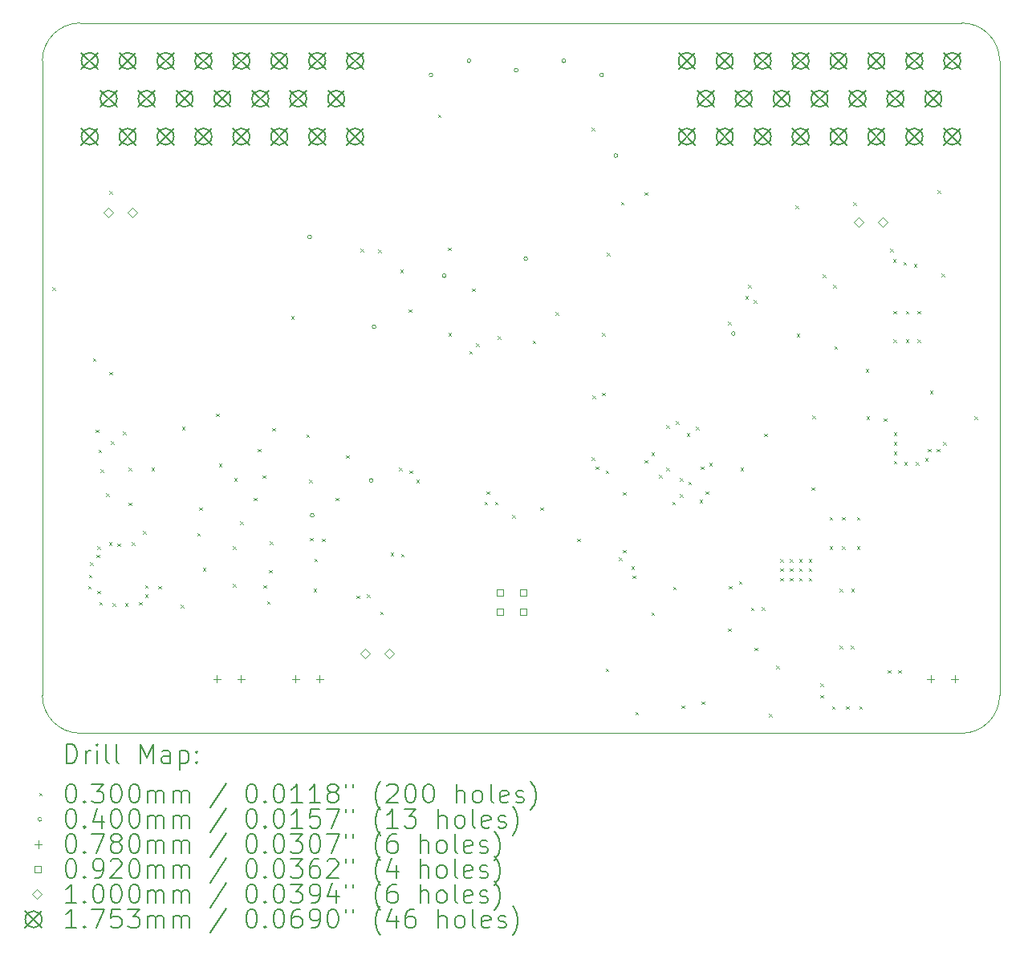
<source format=gbr>
%TF.GenerationSoftware,KiCad,Pcbnew,8.0.2*%
%TF.CreationDate,2025-02-01T15:13:11-07:00*%
%TF.ProjectId,sdm24logger,73646d32-346c-46f6-9767-65722e6b6963,v3.1*%
%TF.SameCoordinates,Original*%
%TF.FileFunction,Drillmap*%
%TF.FilePolarity,Positive*%
%FSLAX45Y45*%
G04 Gerber Fmt 4.5, Leading zero omitted, Abs format (unit mm)*
G04 Created by KiCad (PCBNEW 8.0.2) date 2025-02-01 15:13:11*
%MOMM*%
%LPD*%
G01*
G04 APERTURE LIST*
%ADD10C,0.100000*%
%ADD11C,0.200000*%
%ADD12C,0.175260*%
G04 APERTURE END LIST*
D10*
X8600000Y-15700000D02*
X17900000Y-15700000D01*
X8200000Y-8600000D02*
G75*
G02*
X8600000Y-8200000I400000J0D01*
G01*
X17900000Y-8200000D02*
G75*
G02*
X18300000Y-8600000I0J-400000D01*
G01*
X8200000Y-8600000D02*
X8200000Y-15300000D01*
X18300000Y-15300000D02*
X18300000Y-8600000D01*
X8600000Y-15700000D02*
G75*
G02*
X8200000Y-15300000I0J400000D01*
G01*
X17900000Y-8200000D02*
X8600000Y-8200000D01*
X18300000Y-15300000D02*
G75*
G02*
X17900000Y-15700000I-400000J0D01*
G01*
D11*
D10*
X8305000Y-10988500D02*
X8335000Y-11018500D01*
X8335000Y-10988500D02*
X8305000Y-11018500D01*
X8682000Y-14145000D02*
X8712000Y-14175000D01*
X8712000Y-14145000D02*
X8682000Y-14175000D01*
X8692000Y-14025000D02*
X8722000Y-14055000D01*
X8722000Y-14025000D02*
X8692000Y-14055000D01*
X8702000Y-13895000D02*
X8732000Y-13925000D01*
X8732000Y-13895000D02*
X8702000Y-13925000D01*
X8735000Y-11738500D02*
X8765000Y-11768500D01*
X8765000Y-11738500D02*
X8735000Y-11768500D01*
X8762000Y-12495000D02*
X8792000Y-12525000D01*
X8792000Y-12495000D02*
X8762000Y-12525000D01*
X8772000Y-13815000D02*
X8802000Y-13845000D01*
X8802000Y-13815000D02*
X8772000Y-13845000D01*
X8782000Y-13725000D02*
X8812000Y-13755000D01*
X8812000Y-13725000D02*
X8782000Y-13755000D01*
X8782000Y-14195000D02*
X8812000Y-14225000D01*
X8812000Y-14195000D02*
X8782000Y-14225000D01*
X8792000Y-12705000D02*
X8822000Y-12735000D01*
X8822000Y-12705000D02*
X8792000Y-12735000D01*
X8802000Y-14315000D02*
X8832000Y-14345000D01*
X8832000Y-14315000D02*
X8802000Y-14345000D01*
X8812000Y-12915000D02*
X8842000Y-12945000D01*
X8842000Y-12915000D02*
X8812000Y-12945000D01*
X8872000Y-13165000D02*
X8902000Y-13195000D01*
X8902000Y-13165000D02*
X8872000Y-13195000D01*
X8902000Y-13685000D02*
X8932000Y-13715000D01*
X8932000Y-13685000D02*
X8902000Y-13715000D01*
X8905000Y-9975000D02*
X8935000Y-10005000D01*
X8935000Y-9975000D02*
X8905000Y-10005000D01*
X8905000Y-11885000D02*
X8935000Y-11915000D01*
X8935000Y-11885000D02*
X8905000Y-11915000D01*
X8922000Y-12615000D02*
X8952000Y-12645000D01*
X8952000Y-12615000D02*
X8922000Y-12645000D01*
X8942000Y-14325000D02*
X8972000Y-14355000D01*
X8972000Y-14325000D02*
X8942000Y-14355000D01*
X8992000Y-13695000D02*
X9022000Y-13725000D01*
X9022000Y-13695000D02*
X8992000Y-13725000D01*
X9052000Y-12515000D02*
X9082000Y-12545000D01*
X9082000Y-12515000D02*
X9052000Y-12545000D01*
X9072000Y-14325000D02*
X9102000Y-14355000D01*
X9102000Y-14325000D02*
X9072000Y-14355000D01*
X9112000Y-12895000D02*
X9142000Y-12925000D01*
X9142000Y-12895000D02*
X9112000Y-12925000D01*
X9112000Y-13265000D02*
X9142000Y-13295000D01*
X9142000Y-13265000D02*
X9112000Y-13295000D01*
X9142000Y-13685000D02*
X9172000Y-13715000D01*
X9172000Y-13685000D02*
X9142000Y-13715000D01*
X9222000Y-14315000D02*
X9252000Y-14345000D01*
X9252000Y-14315000D02*
X9222000Y-14345000D01*
X9262000Y-13565000D02*
X9292000Y-13595000D01*
X9292000Y-13565000D02*
X9262000Y-13595000D01*
X9282000Y-14135000D02*
X9312000Y-14165000D01*
X9312000Y-14135000D02*
X9282000Y-14165000D01*
X9282000Y-14235000D02*
X9312000Y-14265000D01*
X9312000Y-14235000D02*
X9282000Y-14265000D01*
X9352000Y-12895000D02*
X9382000Y-12925000D01*
X9382000Y-12895000D02*
X9352000Y-12925000D01*
X9422000Y-14145000D02*
X9452000Y-14175000D01*
X9452000Y-14145000D02*
X9422000Y-14175000D01*
X9662000Y-14345000D02*
X9692000Y-14375000D01*
X9692000Y-14345000D02*
X9662000Y-14375000D01*
X9672000Y-12465000D02*
X9702000Y-12495000D01*
X9702000Y-12465000D02*
X9672000Y-12495000D01*
X9835000Y-13585000D02*
X9865000Y-13615000D01*
X9865000Y-13585000D02*
X9835000Y-13615000D01*
X9855000Y-13315000D02*
X9885000Y-13345000D01*
X9885000Y-13315000D02*
X9855000Y-13345000D01*
X9895000Y-13955000D02*
X9925000Y-13985000D01*
X9925000Y-13955000D02*
X9895000Y-13985000D01*
X10035000Y-12325000D02*
X10065000Y-12355000D01*
X10065000Y-12325000D02*
X10035000Y-12355000D01*
X10062000Y-12855000D02*
X10092000Y-12885000D01*
X10092000Y-12855000D02*
X10062000Y-12885000D01*
X10212000Y-13725000D02*
X10242000Y-13755000D01*
X10242000Y-13725000D02*
X10212000Y-13755000D01*
X10212000Y-14125000D02*
X10242000Y-14155000D01*
X10242000Y-14125000D02*
X10212000Y-14155000D01*
X10222000Y-13005000D02*
X10252000Y-13035000D01*
X10252000Y-13005000D02*
X10222000Y-13035000D01*
X10285000Y-13465000D02*
X10315000Y-13495000D01*
X10315000Y-13465000D02*
X10285000Y-13495000D01*
X10432000Y-13215000D02*
X10462000Y-13245000D01*
X10462000Y-13215000D02*
X10432000Y-13245000D01*
X10472000Y-12695000D02*
X10502000Y-12725000D01*
X10502000Y-12695000D02*
X10472000Y-12725000D01*
X10522000Y-12975000D02*
X10552000Y-13005000D01*
X10552000Y-12975000D02*
X10522000Y-13005000D01*
X10532000Y-14135000D02*
X10562000Y-14165000D01*
X10562000Y-14135000D02*
X10532000Y-14165000D01*
X10572000Y-14305000D02*
X10602000Y-14335000D01*
X10602000Y-14305000D02*
X10572000Y-14335000D01*
X10592000Y-13975000D02*
X10622000Y-14005000D01*
X10622000Y-13975000D02*
X10592000Y-14005000D01*
X10602000Y-13675000D02*
X10632000Y-13705000D01*
X10632000Y-13675000D02*
X10602000Y-13705000D01*
X10625000Y-12475000D02*
X10655000Y-12505000D01*
X10655000Y-12475000D02*
X10625000Y-12505000D01*
X10825000Y-11295000D02*
X10855000Y-11325000D01*
X10855000Y-11295000D02*
X10825000Y-11325000D01*
X10985000Y-12545000D02*
X11015000Y-12575000D01*
X11015000Y-12545000D02*
X10985000Y-12575000D01*
X11015000Y-13025000D02*
X11045000Y-13055000D01*
X11045000Y-13025000D02*
X11015000Y-13055000D01*
X11022000Y-13635000D02*
X11052000Y-13665000D01*
X11052000Y-13635000D02*
X11022000Y-13665000D01*
X11062000Y-14175000D02*
X11092000Y-14205000D01*
X11092000Y-14175000D02*
X11062000Y-14205000D01*
X11072000Y-13855000D02*
X11102000Y-13885000D01*
X11102000Y-13855000D02*
X11072000Y-13885000D01*
X11152000Y-13645000D02*
X11182000Y-13675000D01*
X11182000Y-13645000D02*
X11152000Y-13675000D01*
X11295000Y-13215000D02*
X11325000Y-13245000D01*
X11325000Y-13215000D02*
X11295000Y-13245000D01*
X11405000Y-12765000D02*
X11435000Y-12795000D01*
X11435000Y-12765000D02*
X11405000Y-12795000D01*
X11515000Y-14245000D02*
X11545000Y-14275000D01*
X11545000Y-14245000D02*
X11515000Y-14275000D01*
X11555000Y-10585000D02*
X11585000Y-10615000D01*
X11585000Y-10585000D02*
X11555000Y-10615000D01*
X11625000Y-14235000D02*
X11655000Y-14265000D01*
X11655000Y-14235000D02*
X11625000Y-14265000D01*
X11745000Y-10595000D02*
X11775000Y-10625000D01*
X11775000Y-10595000D02*
X11745000Y-10625000D01*
X11765000Y-14415000D02*
X11795000Y-14445000D01*
X11795000Y-14415000D02*
X11765000Y-14445000D01*
X11875000Y-13795000D02*
X11905000Y-13825000D01*
X11905000Y-13795000D02*
X11875000Y-13825000D01*
X11965000Y-12895000D02*
X11995000Y-12925000D01*
X11995000Y-12895000D02*
X11965000Y-12925000D01*
X11975000Y-10805000D02*
X12005000Y-10835000D01*
X12005000Y-10805000D02*
X11975000Y-10835000D01*
X11985000Y-13805000D02*
X12015000Y-13835000D01*
X12015000Y-13805000D02*
X11985000Y-13835000D01*
X12065000Y-11225000D02*
X12095000Y-11255000D01*
X12095000Y-11225000D02*
X12065000Y-11255000D01*
X12075000Y-12925000D02*
X12105000Y-12955000D01*
X12105000Y-12925000D02*
X12075000Y-12955000D01*
X12145000Y-13025000D02*
X12175000Y-13055000D01*
X12175000Y-13025000D02*
X12145000Y-13055000D01*
X12375000Y-9165000D02*
X12405000Y-9195000D01*
X12405000Y-9165000D02*
X12375000Y-9195000D01*
X12478500Y-10572000D02*
X12508500Y-10602000D01*
X12508500Y-10572000D02*
X12478500Y-10602000D01*
X12485000Y-11475000D02*
X12515000Y-11505000D01*
X12515000Y-11475000D02*
X12485000Y-11505000D01*
X12705000Y-11665000D02*
X12735000Y-11695000D01*
X12735000Y-11665000D02*
X12705000Y-11695000D01*
X12733000Y-11002000D02*
X12763000Y-11032000D01*
X12763000Y-11002000D02*
X12733000Y-11032000D01*
X12775000Y-11585000D02*
X12805000Y-11615000D01*
X12805000Y-11585000D02*
X12775000Y-11615000D01*
X12865000Y-13255000D02*
X12895000Y-13285000D01*
X12895000Y-13255000D02*
X12865000Y-13285000D01*
X12885000Y-13145000D02*
X12915000Y-13175000D01*
X12915000Y-13145000D02*
X12885000Y-13175000D01*
X12975000Y-13255000D02*
X13005000Y-13285000D01*
X13005000Y-13255000D02*
X12975000Y-13285000D01*
X13005000Y-11505000D02*
X13035000Y-11535000D01*
X13035000Y-11505000D02*
X13005000Y-11535000D01*
X13155000Y-13395000D02*
X13185000Y-13425000D01*
X13185000Y-13395000D02*
X13155000Y-13425000D01*
X13375000Y-11555000D02*
X13405000Y-11585000D01*
X13405000Y-11555000D02*
X13375000Y-11585000D01*
X13455000Y-13315000D02*
X13485000Y-13345000D01*
X13485000Y-13315000D02*
X13455000Y-13345000D01*
X13615000Y-11255000D02*
X13645000Y-11285000D01*
X13645000Y-11255000D02*
X13615000Y-11285000D01*
X13845000Y-13645000D02*
X13875000Y-13675000D01*
X13875000Y-13645000D02*
X13845000Y-13675000D01*
X13995000Y-9305000D02*
X14025000Y-9335000D01*
X14025000Y-9305000D02*
X13995000Y-9335000D01*
X13995000Y-12785000D02*
X14025000Y-12815000D01*
X14025000Y-12785000D02*
X13995000Y-12815000D01*
X14005000Y-12135000D02*
X14035000Y-12165000D01*
X14035000Y-12135000D02*
X14005000Y-12165000D01*
X14036000Y-12883000D02*
X14066000Y-12913000D01*
X14066000Y-12883000D02*
X14036000Y-12913000D01*
X14105000Y-11475000D02*
X14135000Y-11505000D01*
X14135000Y-11475000D02*
X14105000Y-11505000D01*
X14105000Y-12105000D02*
X14135000Y-12135000D01*
X14135000Y-12105000D02*
X14105000Y-12135000D01*
X14145000Y-12925000D02*
X14175000Y-12955000D01*
X14175000Y-12925000D02*
X14145000Y-12955000D01*
X14145000Y-15015000D02*
X14175000Y-15045000D01*
X14175000Y-15015000D02*
X14145000Y-15045000D01*
X14157500Y-10625000D02*
X14187500Y-10655000D01*
X14187500Y-10625000D02*
X14157500Y-10655000D01*
X14285000Y-13845000D02*
X14315000Y-13875000D01*
X14315000Y-13845000D02*
X14285000Y-13875000D01*
X14305000Y-10088500D02*
X14335000Y-10118500D01*
X14335000Y-10088500D02*
X14305000Y-10118500D01*
X14325000Y-13155000D02*
X14355000Y-13185000D01*
X14355000Y-13155000D02*
X14325000Y-13185000D01*
X14325227Y-13764546D02*
X14355227Y-13794546D01*
X14355227Y-13764546D02*
X14325227Y-13794546D01*
X14415000Y-13935000D02*
X14445000Y-13965000D01*
X14445000Y-13935000D02*
X14415000Y-13965000D01*
X14425000Y-14035000D02*
X14455000Y-14065000D01*
X14455000Y-14035000D02*
X14425000Y-14065000D01*
X14455000Y-15475000D02*
X14485000Y-15505000D01*
X14485000Y-15475000D02*
X14455000Y-15505000D01*
X14555000Y-9988500D02*
X14585000Y-10018500D01*
X14585000Y-9988500D02*
X14555000Y-10018500D01*
X14555000Y-12815000D02*
X14585000Y-12845000D01*
X14585000Y-12815000D02*
X14555000Y-12845000D01*
X14625000Y-12735000D02*
X14655000Y-12765000D01*
X14655000Y-12735000D02*
X14625000Y-12765000D01*
X14625000Y-14425000D02*
X14655000Y-14455000D01*
X14655000Y-14425000D02*
X14625000Y-14455000D01*
X14705000Y-12971028D02*
X14735000Y-13001028D01*
X14735000Y-12971028D02*
X14705000Y-13001028D01*
X14785000Y-12445000D02*
X14815000Y-12475000D01*
X14815000Y-12445000D02*
X14785000Y-12475000D01*
X14785000Y-12895000D02*
X14815000Y-12925000D01*
X14815000Y-12895000D02*
X14785000Y-12925000D01*
X14845000Y-13255000D02*
X14875000Y-13285000D01*
X14875000Y-13255000D02*
X14845000Y-13285000D01*
X14855000Y-14155000D02*
X14885000Y-14185000D01*
X14885000Y-14155000D02*
X14855000Y-14185000D01*
X14885000Y-12405000D02*
X14915000Y-12435000D01*
X14915000Y-12405000D02*
X14885000Y-12435000D01*
X14925000Y-13175000D02*
X14955000Y-13205000D01*
X14955000Y-13175000D02*
X14925000Y-13205000D01*
X14927775Y-13007775D02*
X14957775Y-13037775D01*
X14957775Y-13007775D02*
X14927775Y-13037775D01*
X14945000Y-15405000D02*
X14975000Y-15435000D01*
X14975000Y-15405000D02*
X14945000Y-15435000D01*
X15000000Y-12530000D02*
X15030000Y-12560000D01*
X15030000Y-12530000D02*
X15000000Y-12560000D01*
X15015000Y-13045000D02*
X15045000Y-13075000D01*
X15045000Y-13045000D02*
X15015000Y-13075000D01*
X15095000Y-12465000D02*
X15125000Y-12495000D01*
X15125000Y-12465000D02*
X15095000Y-12495000D01*
X15135000Y-13235000D02*
X15165000Y-13265000D01*
X15165000Y-13235000D02*
X15135000Y-13265000D01*
X15145000Y-12885000D02*
X15175000Y-12915000D01*
X15175000Y-12885000D02*
X15145000Y-12915000D01*
X15155000Y-15365000D02*
X15185000Y-15395000D01*
X15185000Y-15365000D02*
X15155000Y-15395000D01*
X15197775Y-13145000D02*
X15227775Y-13175000D01*
X15227775Y-13145000D02*
X15197775Y-13175000D01*
X15235000Y-12845000D02*
X15265000Y-12875000D01*
X15265000Y-12845000D02*
X15235000Y-12875000D01*
X15435000Y-11355000D02*
X15465000Y-11385000D01*
X15465000Y-11355000D02*
X15435000Y-11385000D01*
X15435000Y-14595000D02*
X15465000Y-14625000D01*
X15465000Y-14595000D02*
X15435000Y-14625000D01*
X15445000Y-14145000D02*
X15475000Y-14175000D01*
X15475000Y-14145000D02*
X15445000Y-14175000D01*
X15550000Y-14095000D02*
X15580000Y-14125000D01*
X15580000Y-14095000D02*
X15550000Y-14125000D01*
X15565000Y-12895000D02*
X15595000Y-12925000D01*
X15595000Y-12895000D02*
X15565000Y-12925000D01*
X15615000Y-11085000D02*
X15645000Y-11115000D01*
X15645000Y-11085000D02*
X15615000Y-11115000D01*
X15645000Y-10965000D02*
X15675000Y-10995000D01*
X15675000Y-10965000D02*
X15645000Y-10995000D01*
X15675000Y-14375000D02*
X15705000Y-14405000D01*
X15705000Y-14375000D02*
X15675000Y-14405000D01*
X15705000Y-11125000D02*
X15735000Y-11155000D01*
X15735000Y-11125000D02*
X15705000Y-11155000D01*
X15715000Y-14795000D02*
X15745000Y-14825000D01*
X15745000Y-14795000D02*
X15715000Y-14825000D01*
X15790000Y-14369000D02*
X15820000Y-14399000D01*
X15820000Y-14369000D02*
X15790000Y-14399000D01*
X15815000Y-12535000D02*
X15845000Y-12565000D01*
X15845000Y-12535000D02*
X15815000Y-12565000D01*
X15865000Y-15495000D02*
X15895000Y-15525000D01*
X15895000Y-15495000D02*
X15865000Y-15525000D01*
X15945000Y-14985000D02*
X15975000Y-15015000D01*
X15975000Y-14985000D02*
X15945000Y-15015000D01*
X15985000Y-13860000D02*
X16015000Y-13890000D01*
X16015000Y-13860000D02*
X15985000Y-13890000D01*
X15985000Y-13960000D02*
X16015000Y-13990000D01*
X16015000Y-13960000D02*
X15985000Y-13990000D01*
X15985000Y-14060000D02*
X16015000Y-14090000D01*
X16015000Y-14060000D02*
X15985000Y-14090000D01*
X16085000Y-13860000D02*
X16115000Y-13890000D01*
X16115000Y-13860000D02*
X16085000Y-13890000D01*
X16085000Y-13960000D02*
X16115000Y-13990000D01*
X16115000Y-13960000D02*
X16085000Y-13990000D01*
X16085000Y-14060000D02*
X16115000Y-14090000D01*
X16115000Y-14060000D02*
X16085000Y-14090000D01*
X16145000Y-10125000D02*
X16175000Y-10155000D01*
X16175000Y-10125000D02*
X16145000Y-10155000D01*
X16160000Y-11480000D02*
X16190000Y-11510000D01*
X16190000Y-11480000D02*
X16160000Y-11510000D01*
X16185000Y-13860000D02*
X16215000Y-13890000D01*
X16215000Y-13860000D02*
X16185000Y-13890000D01*
X16185000Y-13960000D02*
X16215000Y-13990000D01*
X16215000Y-13960000D02*
X16185000Y-13990000D01*
X16185000Y-14060000D02*
X16215000Y-14090000D01*
X16215000Y-14060000D02*
X16185000Y-14090000D01*
X16285000Y-13860000D02*
X16315000Y-13890000D01*
X16315000Y-13860000D02*
X16285000Y-13890000D01*
X16285000Y-13960000D02*
X16315000Y-13990000D01*
X16315000Y-13960000D02*
X16285000Y-13990000D01*
X16285000Y-14060000D02*
X16315000Y-14090000D01*
X16315000Y-14060000D02*
X16285000Y-14090000D01*
X16315000Y-13105000D02*
X16345000Y-13135000D01*
X16345000Y-13105000D02*
X16315000Y-13135000D01*
X16325000Y-12345000D02*
X16355000Y-12375000D01*
X16355000Y-12345000D02*
X16325000Y-12375000D01*
X16410000Y-15175000D02*
X16440000Y-15205000D01*
X16440000Y-15175000D02*
X16410000Y-15205000D01*
X16410000Y-15295000D02*
X16440000Y-15325000D01*
X16440000Y-15295000D02*
X16410000Y-15325000D01*
X16435000Y-10855000D02*
X16465000Y-10885000D01*
X16465000Y-10855000D02*
X16435000Y-10885000D01*
X16505000Y-13415000D02*
X16535000Y-13445000D01*
X16535000Y-13415000D02*
X16505000Y-13445000D01*
X16505000Y-13725000D02*
X16535000Y-13755000D01*
X16535000Y-13725000D02*
X16505000Y-13755000D01*
X16530000Y-15415000D02*
X16560000Y-15445000D01*
X16560000Y-15415000D02*
X16530000Y-15445000D01*
X16545000Y-10965000D02*
X16575000Y-10995000D01*
X16575000Y-10965000D02*
X16545000Y-10995000D01*
X16555000Y-11615000D02*
X16585000Y-11645000D01*
X16585000Y-11615000D02*
X16555000Y-11645000D01*
X16610000Y-14175000D02*
X16640000Y-14205000D01*
X16640000Y-14175000D02*
X16610000Y-14205000D01*
X16610000Y-14775000D02*
X16640000Y-14805000D01*
X16640000Y-14775000D02*
X16610000Y-14805000D01*
X16635000Y-13415000D02*
X16665000Y-13445000D01*
X16665000Y-13415000D02*
X16635000Y-13445000D01*
X16635000Y-13725000D02*
X16665000Y-13755000D01*
X16665000Y-13725000D02*
X16635000Y-13755000D01*
X16680000Y-15415000D02*
X16710000Y-15445000D01*
X16710000Y-15415000D02*
X16680000Y-15445000D01*
X16730000Y-14775000D02*
X16760000Y-14805000D01*
X16760000Y-14775000D02*
X16730000Y-14805000D01*
X16735000Y-14175000D02*
X16765000Y-14205000D01*
X16765000Y-14175000D02*
X16735000Y-14205000D01*
X16755000Y-10095000D02*
X16785000Y-10125000D01*
X16785000Y-10095000D02*
X16755000Y-10125000D01*
X16795000Y-13415000D02*
X16825000Y-13445000D01*
X16825000Y-13415000D02*
X16795000Y-13445000D01*
X16795000Y-13725000D02*
X16825000Y-13755000D01*
X16825000Y-13725000D02*
X16795000Y-13755000D01*
X16820000Y-15415000D02*
X16850000Y-15445000D01*
X16850000Y-15415000D02*
X16820000Y-15445000D01*
X16885000Y-11855000D02*
X16915000Y-11885000D01*
X16915000Y-11855000D02*
X16885000Y-11885000D01*
X16895000Y-12355000D02*
X16925000Y-12385000D01*
X16925000Y-12355000D02*
X16895000Y-12385000D01*
X17075000Y-12375000D02*
X17105000Y-12405000D01*
X17105000Y-12375000D02*
X17075000Y-12405000D01*
X17120000Y-15035000D02*
X17150000Y-15065000D01*
X17150000Y-15035000D02*
X17120000Y-15065000D01*
X17145000Y-10585000D02*
X17175000Y-10615000D01*
X17175000Y-10585000D02*
X17145000Y-10615000D01*
X17175000Y-10695000D02*
X17205000Y-10725000D01*
X17205000Y-10695000D02*
X17175000Y-10725000D01*
X17181000Y-11239000D02*
X17211000Y-11269000D01*
X17211000Y-11239000D02*
X17181000Y-11269000D01*
X17181000Y-11539000D02*
X17211000Y-11569000D01*
X17211000Y-11539000D02*
X17181000Y-11569000D01*
X17185000Y-12525000D02*
X17215000Y-12555000D01*
X17215000Y-12525000D02*
X17185000Y-12555000D01*
X17185000Y-12625000D02*
X17215000Y-12655000D01*
X17215000Y-12625000D02*
X17185000Y-12655000D01*
X17185000Y-12725000D02*
X17215000Y-12755000D01*
X17215000Y-12725000D02*
X17185000Y-12755000D01*
X17185000Y-12825000D02*
X17215000Y-12855000D01*
X17215000Y-12825000D02*
X17185000Y-12855000D01*
X17230000Y-15035000D02*
X17260000Y-15065000D01*
X17260000Y-15035000D02*
X17230000Y-15065000D01*
X17285000Y-10725000D02*
X17315000Y-10755000D01*
X17315000Y-10725000D02*
X17285000Y-10755000D01*
X17295000Y-12835000D02*
X17325000Y-12865000D01*
X17325000Y-12835000D02*
X17295000Y-12865000D01*
X17311000Y-11239000D02*
X17341000Y-11269000D01*
X17341000Y-11239000D02*
X17311000Y-11269000D01*
X17311000Y-11539000D02*
X17341000Y-11569000D01*
X17341000Y-11539000D02*
X17311000Y-11569000D01*
X17395000Y-10745000D02*
X17425000Y-10775000D01*
X17425000Y-10745000D02*
X17395000Y-10775000D01*
X17415000Y-12835000D02*
X17445000Y-12865000D01*
X17445000Y-12835000D02*
X17415000Y-12865000D01*
X17431000Y-11239000D02*
X17461000Y-11269000D01*
X17461000Y-11239000D02*
X17431000Y-11269000D01*
X17431000Y-11539000D02*
X17461000Y-11569000D01*
X17461000Y-11539000D02*
X17431000Y-11569000D01*
X17515000Y-12795000D02*
X17545000Y-12825000D01*
X17545000Y-12795000D02*
X17515000Y-12825000D01*
X17545000Y-12695000D02*
X17575000Y-12725000D01*
X17575000Y-12695000D02*
X17545000Y-12725000D01*
X17565000Y-12085000D02*
X17595000Y-12115000D01*
X17595000Y-12085000D02*
X17565000Y-12115000D01*
X17635000Y-12695000D02*
X17665000Y-12725000D01*
X17665000Y-12695000D02*
X17635000Y-12725000D01*
X17645000Y-9965000D02*
X17675000Y-9995000D01*
X17675000Y-9965000D02*
X17645000Y-9995000D01*
X17685000Y-10845000D02*
X17715000Y-10875000D01*
X17715000Y-10845000D02*
X17685000Y-10875000D01*
X17705000Y-12625000D02*
X17735000Y-12655000D01*
X17735000Y-12625000D02*
X17705000Y-12655000D01*
X18035000Y-12355000D02*
X18065000Y-12385000D01*
X18065000Y-12355000D02*
X18035000Y-12385000D01*
X11040000Y-10460000D02*
G75*
G02*
X11000000Y-10460000I-20000J0D01*
G01*
X11000000Y-10460000D02*
G75*
G02*
X11040000Y-10460000I20000J0D01*
G01*
X11067000Y-13400000D02*
G75*
G02*
X11027000Y-13400000I-20000J0D01*
G01*
X11027000Y-13400000D02*
G75*
G02*
X11067000Y-13400000I20000J0D01*
G01*
X11690000Y-13030000D02*
G75*
G02*
X11650000Y-13030000I-20000J0D01*
G01*
X11650000Y-13030000D02*
G75*
G02*
X11690000Y-13030000I20000J0D01*
G01*
X11720000Y-11410000D02*
G75*
G02*
X11680000Y-11410000I-20000J0D01*
G01*
X11680000Y-11410000D02*
G75*
G02*
X11720000Y-11410000I20000J0D01*
G01*
X12320000Y-8750000D02*
G75*
G02*
X12280000Y-8750000I-20000J0D01*
G01*
X12280000Y-8750000D02*
G75*
G02*
X12320000Y-8750000I20000J0D01*
G01*
X12460000Y-10870000D02*
G75*
G02*
X12420000Y-10870000I-20000J0D01*
G01*
X12420000Y-10870000D02*
G75*
G02*
X12460000Y-10870000I20000J0D01*
G01*
X12720000Y-8600000D02*
G75*
G02*
X12680000Y-8600000I-20000J0D01*
G01*
X12680000Y-8600000D02*
G75*
G02*
X12720000Y-8600000I20000J0D01*
G01*
X13220000Y-8700000D02*
G75*
G02*
X13180000Y-8700000I-20000J0D01*
G01*
X13180000Y-8700000D02*
G75*
G02*
X13220000Y-8700000I20000J0D01*
G01*
X13320000Y-10690000D02*
G75*
G02*
X13280000Y-10690000I-20000J0D01*
G01*
X13280000Y-10690000D02*
G75*
G02*
X13320000Y-10690000I20000J0D01*
G01*
X13720000Y-8600000D02*
G75*
G02*
X13680000Y-8600000I-20000J0D01*
G01*
X13680000Y-8600000D02*
G75*
G02*
X13720000Y-8600000I20000J0D01*
G01*
X14120000Y-8750000D02*
G75*
G02*
X14080000Y-8750000I-20000J0D01*
G01*
X14080000Y-8750000D02*
G75*
G02*
X14120000Y-8750000I20000J0D01*
G01*
X14270000Y-9600000D02*
G75*
G02*
X14230000Y-9600000I-20000J0D01*
G01*
X14230000Y-9600000D02*
G75*
G02*
X14270000Y-9600000I20000J0D01*
G01*
X15510000Y-11480000D02*
G75*
G02*
X15470000Y-11480000I-20000J0D01*
G01*
X15470000Y-11480000D02*
G75*
G02*
X15510000Y-11480000I20000J0D01*
G01*
X10043000Y-15088000D02*
X10043000Y-15166000D01*
X10004000Y-15127000D02*
X10082000Y-15127000D01*
X10297000Y-15088000D02*
X10297000Y-15166000D01*
X10258000Y-15127000D02*
X10336000Y-15127000D01*
X10873000Y-15088000D02*
X10873000Y-15166000D01*
X10834000Y-15127000D02*
X10912000Y-15127000D01*
X11127000Y-15088000D02*
X11127000Y-15166000D01*
X11088000Y-15127000D02*
X11166000Y-15127000D01*
X17573000Y-15088000D02*
X17573000Y-15166000D01*
X17534000Y-15127000D02*
X17612000Y-15127000D01*
X17827000Y-15088000D02*
X17827000Y-15166000D01*
X17788000Y-15127000D02*
X17866000Y-15127000D01*
X13058527Y-14248527D02*
X13058527Y-14183473D01*
X12993473Y-14183473D01*
X12993473Y-14248527D01*
X13058527Y-14248527D01*
X13058527Y-14448527D02*
X13058527Y-14383473D01*
X12993473Y-14383473D01*
X12993473Y-14448527D01*
X13058527Y-14448527D01*
X13308527Y-14248527D02*
X13308527Y-14183473D01*
X13243473Y-14183473D01*
X13243473Y-14248527D01*
X13308527Y-14248527D01*
X13308527Y-14448527D02*
X13308527Y-14383473D01*
X13243473Y-14383473D01*
X13243473Y-14448527D01*
X13308527Y-14448527D01*
X8893500Y-10250000D02*
X8943500Y-10200000D01*
X8893500Y-10150000D01*
X8843500Y-10200000D01*
X8893500Y-10250000D01*
X9147500Y-10250000D02*
X9197500Y-10200000D01*
X9147500Y-10150000D01*
X9097500Y-10200000D01*
X9147500Y-10250000D01*
X11603500Y-14910000D02*
X11653500Y-14860000D01*
X11603500Y-14810000D01*
X11553500Y-14860000D01*
X11603500Y-14910000D01*
X11857500Y-14910000D02*
X11907500Y-14860000D01*
X11857500Y-14810000D01*
X11807500Y-14860000D01*
X11857500Y-14910000D01*
X16810000Y-10350000D02*
X16860000Y-10300000D01*
X16810000Y-10250000D01*
X16760000Y-10300000D01*
X16810000Y-10350000D01*
X17064000Y-10350000D02*
X17114000Y-10300000D01*
X17064000Y-10250000D01*
X17014000Y-10300000D01*
X17064000Y-10350000D01*
D12*
X8612370Y-8512370D02*
X8787630Y-8687630D01*
X8787630Y-8512370D02*
X8612370Y-8687630D01*
X8787630Y-8600000D02*
G75*
G02*
X8612370Y-8600000I-87630J0D01*
G01*
X8612370Y-8600000D02*
G75*
G02*
X8787630Y-8600000I87630J0D01*
G01*
X8612370Y-9312370D02*
X8787630Y-9487630D01*
X8787630Y-9312370D02*
X8612370Y-9487630D01*
X8787630Y-9400000D02*
G75*
G02*
X8612370Y-9400000I-87630J0D01*
G01*
X8612370Y-9400000D02*
G75*
G02*
X8787630Y-9400000I87630J0D01*
G01*
X8812370Y-8912370D02*
X8987630Y-9087630D01*
X8987630Y-8912370D02*
X8812370Y-9087630D01*
X8987630Y-9000000D02*
G75*
G02*
X8812370Y-9000000I-87630J0D01*
G01*
X8812370Y-9000000D02*
G75*
G02*
X8987630Y-9000000I87630J0D01*
G01*
X9012370Y-8512370D02*
X9187630Y-8687630D01*
X9187630Y-8512370D02*
X9012370Y-8687630D01*
X9187630Y-8600000D02*
G75*
G02*
X9012370Y-8600000I-87630J0D01*
G01*
X9012370Y-8600000D02*
G75*
G02*
X9187630Y-8600000I87630J0D01*
G01*
X9012370Y-9312370D02*
X9187630Y-9487630D01*
X9187630Y-9312370D02*
X9012370Y-9487630D01*
X9187630Y-9400000D02*
G75*
G02*
X9012370Y-9400000I-87630J0D01*
G01*
X9012370Y-9400000D02*
G75*
G02*
X9187630Y-9400000I87630J0D01*
G01*
X9212370Y-8912370D02*
X9387630Y-9087630D01*
X9387630Y-8912370D02*
X9212370Y-9087630D01*
X9387630Y-9000000D02*
G75*
G02*
X9212370Y-9000000I-87630J0D01*
G01*
X9212370Y-9000000D02*
G75*
G02*
X9387630Y-9000000I87630J0D01*
G01*
X9412370Y-8512370D02*
X9587630Y-8687630D01*
X9587630Y-8512370D02*
X9412370Y-8687630D01*
X9587630Y-8600000D02*
G75*
G02*
X9412370Y-8600000I-87630J0D01*
G01*
X9412370Y-8600000D02*
G75*
G02*
X9587630Y-8600000I87630J0D01*
G01*
X9412370Y-9312370D02*
X9587630Y-9487630D01*
X9587630Y-9312370D02*
X9412370Y-9487630D01*
X9587630Y-9400000D02*
G75*
G02*
X9412370Y-9400000I-87630J0D01*
G01*
X9412370Y-9400000D02*
G75*
G02*
X9587630Y-9400000I87630J0D01*
G01*
X9612370Y-8912370D02*
X9787630Y-9087630D01*
X9787630Y-8912370D02*
X9612370Y-9087630D01*
X9787630Y-9000000D02*
G75*
G02*
X9612370Y-9000000I-87630J0D01*
G01*
X9612370Y-9000000D02*
G75*
G02*
X9787630Y-9000000I87630J0D01*
G01*
X9812370Y-8512370D02*
X9987630Y-8687630D01*
X9987630Y-8512370D02*
X9812370Y-8687630D01*
X9987630Y-8600000D02*
G75*
G02*
X9812370Y-8600000I-87630J0D01*
G01*
X9812370Y-8600000D02*
G75*
G02*
X9987630Y-8600000I87630J0D01*
G01*
X9812370Y-9312370D02*
X9987630Y-9487630D01*
X9987630Y-9312370D02*
X9812370Y-9487630D01*
X9987630Y-9400000D02*
G75*
G02*
X9812370Y-9400000I-87630J0D01*
G01*
X9812370Y-9400000D02*
G75*
G02*
X9987630Y-9400000I87630J0D01*
G01*
X10012370Y-8912370D02*
X10187630Y-9087630D01*
X10187630Y-8912370D02*
X10012370Y-9087630D01*
X10187630Y-9000000D02*
G75*
G02*
X10012370Y-9000000I-87630J0D01*
G01*
X10012370Y-9000000D02*
G75*
G02*
X10187630Y-9000000I87630J0D01*
G01*
X10212370Y-8512370D02*
X10387630Y-8687630D01*
X10387630Y-8512370D02*
X10212370Y-8687630D01*
X10387630Y-8600000D02*
G75*
G02*
X10212370Y-8600000I-87630J0D01*
G01*
X10212370Y-8600000D02*
G75*
G02*
X10387630Y-8600000I87630J0D01*
G01*
X10212370Y-9312370D02*
X10387630Y-9487630D01*
X10387630Y-9312370D02*
X10212370Y-9487630D01*
X10387630Y-9400000D02*
G75*
G02*
X10212370Y-9400000I-87630J0D01*
G01*
X10212370Y-9400000D02*
G75*
G02*
X10387630Y-9400000I87630J0D01*
G01*
X10412370Y-8912370D02*
X10587630Y-9087630D01*
X10587630Y-8912370D02*
X10412370Y-9087630D01*
X10587630Y-9000000D02*
G75*
G02*
X10412370Y-9000000I-87630J0D01*
G01*
X10412370Y-9000000D02*
G75*
G02*
X10587630Y-9000000I87630J0D01*
G01*
X10612370Y-8512370D02*
X10787630Y-8687630D01*
X10787630Y-8512370D02*
X10612370Y-8687630D01*
X10787630Y-8600000D02*
G75*
G02*
X10612370Y-8600000I-87630J0D01*
G01*
X10612370Y-8600000D02*
G75*
G02*
X10787630Y-8600000I87630J0D01*
G01*
X10612370Y-9312370D02*
X10787630Y-9487630D01*
X10787630Y-9312370D02*
X10612370Y-9487630D01*
X10787630Y-9400000D02*
G75*
G02*
X10612370Y-9400000I-87630J0D01*
G01*
X10612370Y-9400000D02*
G75*
G02*
X10787630Y-9400000I87630J0D01*
G01*
X10812370Y-8912370D02*
X10987630Y-9087630D01*
X10987630Y-8912370D02*
X10812370Y-9087630D01*
X10987630Y-9000000D02*
G75*
G02*
X10812370Y-9000000I-87630J0D01*
G01*
X10812370Y-9000000D02*
G75*
G02*
X10987630Y-9000000I87630J0D01*
G01*
X11012370Y-8512370D02*
X11187630Y-8687630D01*
X11187630Y-8512370D02*
X11012370Y-8687630D01*
X11187630Y-8600000D02*
G75*
G02*
X11012370Y-8600000I-87630J0D01*
G01*
X11012370Y-8600000D02*
G75*
G02*
X11187630Y-8600000I87630J0D01*
G01*
X11012370Y-9312370D02*
X11187630Y-9487630D01*
X11187630Y-9312370D02*
X11012370Y-9487630D01*
X11187630Y-9400000D02*
G75*
G02*
X11012370Y-9400000I-87630J0D01*
G01*
X11012370Y-9400000D02*
G75*
G02*
X11187630Y-9400000I87630J0D01*
G01*
X11212370Y-8912370D02*
X11387630Y-9087630D01*
X11387630Y-8912370D02*
X11212370Y-9087630D01*
X11387630Y-9000000D02*
G75*
G02*
X11212370Y-9000000I-87630J0D01*
G01*
X11212370Y-9000000D02*
G75*
G02*
X11387630Y-9000000I87630J0D01*
G01*
X11412370Y-8512370D02*
X11587630Y-8687630D01*
X11587630Y-8512370D02*
X11412370Y-8687630D01*
X11587630Y-8600000D02*
G75*
G02*
X11412370Y-8600000I-87630J0D01*
G01*
X11412370Y-8600000D02*
G75*
G02*
X11587630Y-8600000I87630J0D01*
G01*
X11412370Y-9312370D02*
X11587630Y-9487630D01*
X11587630Y-9312370D02*
X11412370Y-9487630D01*
X11587630Y-9400000D02*
G75*
G02*
X11412370Y-9400000I-87630J0D01*
G01*
X11412370Y-9400000D02*
G75*
G02*
X11587630Y-9400000I87630J0D01*
G01*
X14912370Y-8512370D02*
X15087630Y-8687630D01*
X15087630Y-8512370D02*
X14912370Y-8687630D01*
X15087630Y-8600000D02*
G75*
G02*
X14912370Y-8600000I-87630J0D01*
G01*
X14912370Y-8600000D02*
G75*
G02*
X15087630Y-8600000I87630J0D01*
G01*
X14912370Y-9312370D02*
X15087630Y-9487630D01*
X15087630Y-9312370D02*
X14912370Y-9487630D01*
X15087630Y-9400000D02*
G75*
G02*
X14912370Y-9400000I-87630J0D01*
G01*
X14912370Y-9400000D02*
G75*
G02*
X15087630Y-9400000I87630J0D01*
G01*
X15112370Y-8912370D02*
X15287630Y-9087630D01*
X15287630Y-8912370D02*
X15112370Y-9087630D01*
X15287630Y-9000000D02*
G75*
G02*
X15112370Y-9000000I-87630J0D01*
G01*
X15112370Y-9000000D02*
G75*
G02*
X15287630Y-9000000I87630J0D01*
G01*
X15312370Y-8512370D02*
X15487630Y-8687630D01*
X15487630Y-8512370D02*
X15312370Y-8687630D01*
X15487630Y-8600000D02*
G75*
G02*
X15312370Y-8600000I-87630J0D01*
G01*
X15312370Y-8600000D02*
G75*
G02*
X15487630Y-8600000I87630J0D01*
G01*
X15312370Y-9312370D02*
X15487630Y-9487630D01*
X15487630Y-9312370D02*
X15312370Y-9487630D01*
X15487630Y-9400000D02*
G75*
G02*
X15312370Y-9400000I-87630J0D01*
G01*
X15312370Y-9400000D02*
G75*
G02*
X15487630Y-9400000I87630J0D01*
G01*
X15512370Y-8912370D02*
X15687630Y-9087630D01*
X15687630Y-8912370D02*
X15512370Y-9087630D01*
X15687630Y-9000000D02*
G75*
G02*
X15512370Y-9000000I-87630J0D01*
G01*
X15512370Y-9000000D02*
G75*
G02*
X15687630Y-9000000I87630J0D01*
G01*
X15712370Y-8512370D02*
X15887630Y-8687630D01*
X15887630Y-8512370D02*
X15712370Y-8687630D01*
X15887630Y-8600000D02*
G75*
G02*
X15712370Y-8600000I-87630J0D01*
G01*
X15712370Y-8600000D02*
G75*
G02*
X15887630Y-8600000I87630J0D01*
G01*
X15712370Y-9312370D02*
X15887630Y-9487630D01*
X15887630Y-9312370D02*
X15712370Y-9487630D01*
X15887630Y-9400000D02*
G75*
G02*
X15712370Y-9400000I-87630J0D01*
G01*
X15712370Y-9400000D02*
G75*
G02*
X15887630Y-9400000I87630J0D01*
G01*
X15912370Y-8912370D02*
X16087630Y-9087630D01*
X16087630Y-8912370D02*
X15912370Y-9087630D01*
X16087630Y-9000000D02*
G75*
G02*
X15912370Y-9000000I-87630J0D01*
G01*
X15912370Y-9000000D02*
G75*
G02*
X16087630Y-9000000I87630J0D01*
G01*
X16112370Y-8512370D02*
X16287630Y-8687630D01*
X16287630Y-8512370D02*
X16112370Y-8687630D01*
X16287630Y-8600000D02*
G75*
G02*
X16112370Y-8600000I-87630J0D01*
G01*
X16112370Y-8600000D02*
G75*
G02*
X16287630Y-8600000I87630J0D01*
G01*
X16112370Y-9312370D02*
X16287630Y-9487630D01*
X16287630Y-9312370D02*
X16112370Y-9487630D01*
X16287630Y-9400000D02*
G75*
G02*
X16112370Y-9400000I-87630J0D01*
G01*
X16112370Y-9400000D02*
G75*
G02*
X16287630Y-9400000I87630J0D01*
G01*
X16312370Y-8912370D02*
X16487630Y-9087630D01*
X16487630Y-8912370D02*
X16312370Y-9087630D01*
X16487630Y-9000000D02*
G75*
G02*
X16312370Y-9000000I-87630J0D01*
G01*
X16312370Y-9000000D02*
G75*
G02*
X16487630Y-9000000I87630J0D01*
G01*
X16512370Y-8512370D02*
X16687630Y-8687630D01*
X16687630Y-8512370D02*
X16512370Y-8687630D01*
X16687630Y-8600000D02*
G75*
G02*
X16512370Y-8600000I-87630J0D01*
G01*
X16512370Y-8600000D02*
G75*
G02*
X16687630Y-8600000I87630J0D01*
G01*
X16512370Y-9312370D02*
X16687630Y-9487630D01*
X16687630Y-9312370D02*
X16512370Y-9487630D01*
X16687630Y-9400000D02*
G75*
G02*
X16512370Y-9400000I-87630J0D01*
G01*
X16512370Y-9400000D02*
G75*
G02*
X16687630Y-9400000I87630J0D01*
G01*
X16712370Y-8912370D02*
X16887630Y-9087630D01*
X16887630Y-8912370D02*
X16712370Y-9087630D01*
X16887630Y-9000000D02*
G75*
G02*
X16712370Y-9000000I-87630J0D01*
G01*
X16712370Y-9000000D02*
G75*
G02*
X16887630Y-9000000I87630J0D01*
G01*
X16912370Y-8512370D02*
X17087630Y-8687630D01*
X17087630Y-8512370D02*
X16912370Y-8687630D01*
X17087630Y-8600000D02*
G75*
G02*
X16912370Y-8600000I-87630J0D01*
G01*
X16912370Y-8600000D02*
G75*
G02*
X17087630Y-8600000I87630J0D01*
G01*
X16912370Y-9312370D02*
X17087630Y-9487630D01*
X17087630Y-9312370D02*
X16912370Y-9487630D01*
X17087630Y-9400000D02*
G75*
G02*
X16912370Y-9400000I-87630J0D01*
G01*
X16912370Y-9400000D02*
G75*
G02*
X17087630Y-9400000I87630J0D01*
G01*
X17112370Y-8912370D02*
X17287630Y-9087630D01*
X17287630Y-8912370D02*
X17112370Y-9087630D01*
X17287630Y-9000000D02*
G75*
G02*
X17112370Y-9000000I-87630J0D01*
G01*
X17112370Y-9000000D02*
G75*
G02*
X17287630Y-9000000I87630J0D01*
G01*
X17312370Y-8512370D02*
X17487630Y-8687630D01*
X17487630Y-8512370D02*
X17312370Y-8687630D01*
X17487630Y-8600000D02*
G75*
G02*
X17312370Y-8600000I-87630J0D01*
G01*
X17312370Y-8600000D02*
G75*
G02*
X17487630Y-8600000I87630J0D01*
G01*
X17312370Y-9312370D02*
X17487630Y-9487630D01*
X17487630Y-9312370D02*
X17312370Y-9487630D01*
X17487630Y-9400000D02*
G75*
G02*
X17312370Y-9400000I-87630J0D01*
G01*
X17312370Y-9400000D02*
G75*
G02*
X17487630Y-9400000I87630J0D01*
G01*
X17512370Y-8912370D02*
X17687630Y-9087630D01*
X17687630Y-8912370D02*
X17512370Y-9087630D01*
X17687630Y-9000000D02*
G75*
G02*
X17512370Y-9000000I-87630J0D01*
G01*
X17512370Y-9000000D02*
G75*
G02*
X17687630Y-9000000I87630J0D01*
G01*
X17712370Y-8512370D02*
X17887630Y-8687630D01*
X17887630Y-8512370D02*
X17712370Y-8687630D01*
X17887630Y-8600000D02*
G75*
G02*
X17712370Y-8600000I-87630J0D01*
G01*
X17712370Y-8600000D02*
G75*
G02*
X17887630Y-8600000I87630J0D01*
G01*
X17712370Y-9312370D02*
X17887630Y-9487630D01*
X17887630Y-9312370D02*
X17712370Y-9487630D01*
X17887630Y-9400000D02*
G75*
G02*
X17712370Y-9400000I-87630J0D01*
G01*
X17712370Y-9400000D02*
G75*
G02*
X17887630Y-9400000I87630J0D01*
G01*
D11*
X8455777Y-16016484D02*
X8455777Y-15816484D01*
X8455777Y-15816484D02*
X8503396Y-15816484D01*
X8503396Y-15816484D02*
X8531967Y-15826008D01*
X8531967Y-15826008D02*
X8551015Y-15845055D01*
X8551015Y-15845055D02*
X8560539Y-15864103D01*
X8560539Y-15864103D02*
X8570063Y-15902198D01*
X8570063Y-15902198D02*
X8570063Y-15930769D01*
X8570063Y-15930769D02*
X8560539Y-15968865D01*
X8560539Y-15968865D02*
X8551015Y-15987912D01*
X8551015Y-15987912D02*
X8531967Y-16006960D01*
X8531967Y-16006960D02*
X8503396Y-16016484D01*
X8503396Y-16016484D02*
X8455777Y-16016484D01*
X8655777Y-16016484D02*
X8655777Y-15883150D01*
X8655777Y-15921246D02*
X8665301Y-15902198D01*
X8665301Y-15902198D02*
X8674824Y-15892674D01*
X8674824Y-15892674D02*
X8693872Y-15883150D01*
X8693872Y-15883150D02*
X8712920Y-15883150D01*
X8779586Y-16016484D02*
X8779586Y-15883150D01*
X8779586Y-15816484D02*
X8770063Y-15826008D01*
X8770063Y-15826008D02*
X8779586Y-15835531D01*
X8779586Y-15835531D02*
X8789110Y-15826008D01*
X8789110Y-15826008D02*
X8779586Y-15816484D01*
X8779586Y-15816484D02*
X8779586Y-15835531D01*
X8903396Y-16016484D02*
X8884348Y-16006960D01*
X8884348Y-16006960D02*
X8874824Y-15987912D01*
X8874824Y-15987912D02*
X8874824Y-15816484D01*
X9008158Y-16016484D02*
X8989110Y-16006960D01*
X8989110Y-16006960D02*
X8979586Y-15987912D01*
X8979586Y-15987912D02*
X8979586Y-15816484D01*
X9236729Y-16016484D02*
X9236729Y-15816484D01*
X9236729Y-15816484D02*
X9303396Y-15959341D01*
X9303396Y-15959341D02*
X9370063Y-15816484D01*
X9370063Y-15816484D02*
X9370063Y-16016484D01*
X9551015Y-16016484D02*
X9551015Y-15911722D01*
X9551015Y-15911722D02*
X9541491Y-15892674D01*
X9541491Y-15892674D02*
X9522444Y-15883150D01*
X9522444Y-15883150D02*
X9484348Y-15883150D01*
X9484348Y-15883150D02*
X9465301Y-15892674D01*
X9551015Y-16006960D02*
X9531967Y-16016484D01*
X9531967Y-16016484D02*
X9484348Y-16016484D01*
X9484348Y-16016484D02*
X9465301Y-16006960D01*
X9465301Y-16006960D02*
X9455777Y-15987912D01*
X9455777Y-15987912D02*
X9455777Y-15968865D01*
X9455777Y-15968865D02*
X9465301Y-15949817D01*
X9465301Y-15949817D02*
X9484348Y-15940293D01*
X9484348Y-15940293D02*
X9531967Y-15940293D01*
X9531967Y-15940293D02*
X9551015Y-15930769D01*
X9646253Y-15883150D02*
X9646253Y-16083150D01*
X9646253Y-15892674D02*
X9665301Y-15883150D01*
X9665301Y-15883150D02*
X9703396Y-15883150D01*
X9703396Y-15883150D02*
X9722444Y-15892674D01*
X9722444Y-15892674D02*
X9731967Y-15902198D01*
X9731967Y-15902198D02*
X9741491Y-15921246D01*
X9741491Y-15921246D02*
X9741491Y-15978388D01*
X9741491Y-15978388D02*
X9731967Y-15997436D01*
X9731967Y-15997436D02*
X9722444Y-16006960D01*
X9722444Y-16006960D02*
X9703396Y-16016484D01*
X9703396Y-16016484D02*
X9665301Y-16016484D01*
X9665301Y-16016484D02*
X9646253Y-16006960D01*
X9827205Y-15997436D02*
X9836729Y-16006960D01*
X9836729Y-16006960D02*
X9827205Y-16016484D01*
X9827205Y-16016484D02*
X9817682Y-16006960D01*
X9817682Y-16006960D02*
X9827205Y-15997436D01*
X9827205Y-15997436D02*
X9827205Y-16016484D01*
X9827205Y-15892674D02*
X9836729Y-15902198D01*
X9836729Y-15902198D02*
X9827205Y-15911722D01*
X9827205Y-15911722D02*
X9817682Y-15902198D01*
X9817682Y-15902198D02*
X9827205Y-15892674D01*
X9827205Y-15892674D02*
X9827205Y-15911722D01*
D10*
X8165000Y-16330000D02*
X8195000Y-16360000D01*
X8195000Y-16330000D02*
X8165000Y-16360000D01*
D11*
X8493872Y-16236484D02*
X8512920Y-16236484D01*
X8512920Y-16236484D02*
X8531967Y-16246008D01*
X8531967Y-16246008D02*
X8541491Y-16255531D01*
X8541491Y-16255531D02*
X8551015Y-16274579D01*
X8551015Y-16274579D02*
X8560539Y-16312674D01*
X8560539Y-16312674D02*
X8560539Y-16360293D01*
X8560539Y-16360293D02*
X8551015Y-16398388D01*
X8551015Y-16398388D02*
X8541491Y-16417436D01*
X8541491Y-16417436D02*
X8531967Y-16426960D01*
X8531967Y-16426960D02*
X8512920Y-16436484D01*
X8512920Y-16436484D02*
X8493872Y-16436484D01*
X8493872Y-16436484D02*
X8474824Y-16426960D01*
X8474824Y-16426960D02*
X8465301Y-16417436D01*
X8465301Y-16417436D02*
X8455777Y-16398388D01*
X8455777Y-16398388D02*
X8446253Y-16360293D01*
X8446253Y-16360293D02*
X8446253Y-16312674D01*
X8446253Y-16312674D02*
X8455777Y-16274579D01*
X8455777Y-16274579D02*
X8465301Y-16255531D01*
X8465301Y-16255531D02*
X8474824Y-16246008D01*
X8474824Y-16246008D02*
X8493872Y-16236484D01*
X8646253Y-16417436D02*
X8655777Y-16426960D01*
X8655777Y-16426960D02*
X8646253Y-16436484D01*
X8646253Y-16436484D02*
X8636729Y-16426960D01*
X8636729Y-16426960D02*
X8646253Y-16417436D01*
X8646253Y-16417436D02*
X8646253Y-16436484D01*
X8722444Y-16236484D02*
X8846253Y-16236484D01*
X8846253Y-16236484D02*
X8779586Y-16312674D01*
X8779586Y-16312674D02*
X8808158Y-16312674D01*
X8808158Y-16312674D02*
X8827205Y-16322198D01*
X8827205Y-16322198D02*
X8836729Y-16331722D01*
X8836729Y-16331722D02*
X8846253Y-16350769D01*
X8846253Y-16350769D02*
X8846253Y-16398388D01*
X8846253Y-16398388D02*
X8836729Y-16417436D01*
X8836729Y-16417436D02*
X8827205Y-16426960D01*
X8827205Y-16426960D02*
X8808158Y-16436484D01*
X8808158Y-16436484D02*
X8751015Y-16436484D01*
X8751015Y-16436484D02*
X8731967Y-16426960D01*
X8731967Y-16426960D02*
X8722444Y-16417436D01*
X8970063Y-16236484D02*
X8989110Y-16236484D01*
X8989110Y-16236484D02*
X9008158Y-16246008D01*
X9008158Y-16246008D02*
X9017682Y-16255531D01*
X9017682Y-16255531D02*
X9027205Y-16274579D01*
X9027205Y-16274579D02*
X9036729Y-16312674D01*
X9036729Y-16312674D02*
X9036729Y-16360293D01*
X9036729Y-16360293D02*
X9027205Y-16398388D01*
X9027205Y-16398388D02*
X9017682Y-16417436D01*
X9017682Y-16417436D02*
X9008158Y-16426960D01*
X9008158Y-16426960D02*
X8989110Y-16436484D01*
X8989110Y-16436484D02*
X8970063Y-16436484D01*
X8970063Y-16436484D02*
X8951015Y-16426960D01*
X8951015Y-16426960D02*
X8941491Y-16417436D01*
X8941491Y-16417436D02*
X8931967Y-16398388D01*
X8931967Y-16398388D02*
X8922444Y-16360293D01*
X8922444Y-16360293D02*
X8922444Y-16312674D01*
X8922444Y-16312674D02*
X8931967Y-16274579D01*
X8931967Y-16274579D02*
X8941491Y-16255531D01*
X8941491Y-16255531D02*
X8951015Y-16246008D01*
X8951015Y-16246008D02*
X8970063Y-16236484D01*
X9160539Y-16236484D02*
X9179586Y-16236484D01*
X9179586Y-16236484D02*
X9198634Y-16246008D01*
X9198634Y-16246008D02*
X9208158Y-16255531D01*
X9208158Y-16255531D02*
X9217682Y-16274579D01*
X9217682Y-16274579D02*
X9227205Y-16312674D01*
X9227205Y-16312674D02*
X9227205Y-16360293D01*
X9227205Y-16360293D02*
X9217682Y-16398388D01*
X9217682Y-16398388D02*
X9208158Y-16417436D01*
X9208158Y-16417436D02*
X9198634Y-16426960D01*
X9198634Y-16426960D02*
X9179586Y-16436484D01*
X9179586Y-16436484D02*
X9160539Y-16436484D01*
X9160539Y-16436484D02*
X9141491Y-16426960D01*
X9141491Y-16426960D02*
X9131967Y-16417436D01*
X9131967Y-16417436D02*
X9122444Y-16398388D01*
X9122444Y-16398388D02*
X9112920Y-16360293D01*
X9112920Y-16360293D02*
X9112920Y-16312674D01*
X9112920Y-16312674D02*
X9122444Y-16274579D01*
X9122444Y-16274579D02*
X9131967Y-16255531D01*
X9131967Y-16255531D02*
X9141491Y-16246008D01*
X9141491Y-16246008D02*
X9160539Y-16236484D01*
X9312920Y-16436484D02*
X9312920Y-16303150D01*
X9312920Y-16322198D02*
X9322444Y-16312674D01*
X9322444Y-16312674D02*
X9341491Y-16303150D01*
X9341491Y-16303150D02*
X9370063Y-16303150D01*
X9370063Y-16303150D02*
X9389110Y-16312674D01*
X9389110Y-16312674D02*
X9398634Y-16331722D01*
X9398634Y-16331722D02*
X9398634Y-16436484D01*
X9398634Y-16331722D02*
X9408158Y-16312674D01*
X9408158Y-16312674D02*
X9427205Y-16303150D01*
X9427205Y-16303150D02*
X9455777Y-16303150D01*
X9455777Y-16303150D02*
X9474825Y-16312674D01*
X9474825Y-16312674D02*
X9484348Y-16331722D01*
X9484348Y-16331722D02*
X9484348Y-16436484D01*
X9579586Y-16436484D02*
X9579586Y-16303150D01*
X9579586Y-16322198D02*
X9589110Y-16312674D01*
X9589110Y-16312674D02*
X9608158Y-16303150D01*
X9608158Y-16303150D02*
X9636729Y-16303150D01*
X9636729Y-16303150D02*
X9655777Y-16312674D01*
X9655777Y-16312674D02*
X9665301Y-16331722D01*
X9665301Y-16331722D02*
X9665301Y-16436484D01*
X9665301Y-16331722D02*
X9674825Y-16312674D01*
X9674825Y-16312674D02*
X9693872Y-16303150D01*
X9693872Y-16303150D02*
X9722444Y-16303150D01*
X9722444Y-16303150D02*
X9741491Y-16312674D01*
X9741491Y-16312674D02*
X9751015Y-16331722D01*
X9751015Y-16331722D02*
X9751015Y-16436484D01*
X10141491Y-16226960D02*
X9970063Y-16484103D01*
X10398634Y-16236484D02*
X10417682Y-16236484D01*
X10417682Y-16236484D02*
X10436729Y-16246008D01*
X10436729Y-16246008D02*
X10446253Y-16255531D01*
X10446253Y-16255531D02*
X10455777Y-16274579D01*
X10455777Y-16274579D02*
X10465301Y-16312674D01*
X10465301Y-16312674D02*
X10465301Y-16360293D01*
X10465301Y-16360293D02*
X10455777Y-16398388D01*
X10455777Y-16398388D02*
X10446253Y-16417436D01*
X10446253Y-16417436D02*
X10436729Y-16426960D01*
X10436729Y-16426960D02*
X10417682Y-16436484D01*
X10417682Y-16436484D02*
X10398634Y-16436484D01*
X10398634Y-16436484D02*
X10379587Y-16426960D01*
X10379587Y-16426960D02*
X10370063Y-16417436D01*
X10370063Y-16417436D02*
X10360539Y-16398388D01*
X10360539Y-16398388D02*
X10351015Y-16360293D01*
X10351015Y-16360293D02*
X10351015Y-16312674D01*
X10351015Y-16312674D02*
X10360539Y-16274579D01*
X10360539Y-16274579D02*
X10370063Y-16255531D01*
X10370063Y-16255531D02*
X10379587Y-16246008D01*
X10379587Y-16246008D02*
X10398634Y-16236484D01*
X10551015Y-16417436D02*
X10560539Y-16426960D01*
X10560539Y-16426960D02*
X10551015Y-16436484D01*
X10551015Y-16436484D02*
X10541491Y-16426960D01*
X10541491Y-16426960D02*
X10551015Y-16417436D01*
X10551015Y-16417436D02*
X10551015Y-16436484D01*
X10684348Y-16236484D02*
X10703396Y-16236484D01*
X10703396Y-16236484D02*
X10722444Y-16246008D01*
X10722444Y-16246008D02*
X10731968Y-16255531D01*
X10731968Y-16255531D02*
X10741491Y-16274579D01*
X10741491Y-16274579D02*
X10751015Y-16312674D01*
X10751015Y-16312674D02*
X10751015Y-16360293D01*
X10751015Y-16360293D02*
X10741491Y-16398388D01*
X10741491Y-16398388D02*
X10731968Y-16417436D01*
X10731968Y-16417436D02*
X10722444Y-16426960D01*
X10722444Y-16426960D02*
X10703396Y-16436484D01*
X10703396Y-16436484D02*
X10684348Y-16436484D01*
X10684348Y-16436484D02*
X10665301Y-16426960D01*
X10665301Y-16426960D02*
X10655777Y-16417436D01*
X10655777Y-16417436D02*
X10646253Y-16398388D01*
X10646253Y-16398388D02*
X10636729Y-16360293D01*
X10636729Y-16360293D02*
X10636729Y-16312674D01*
X10636729Y-16312674D02*
X10646253Y-16274579D01*
X10646253Y-16274579D02*
X10655777Y-16255531D01*
X10655777Y-16255531D02*
X10665301Y-16246008D01*
X10665301Y-16246008D02*
X10684348Y-16236484D01*
X10941491Y-16436484D02*
X10827206Y-16436484D01*
X10884348Y-16436484D02*
X10884348Y-16236484D01*
X10884348Y-16236484D02*
X10865301Y-16265055D01*
X10865301Y-16265055D02*
X10846253Y-16284103D01*
X10846253Y-16284103D02*
X10827206Y-16293627D01*
X11131968Y-16436484D02*
X11017682Y-16436484D01*
X11074825Y-16436484D02*
X11074825Y-16236484D01*
X11074825Y-16236484D02*
X11055777Y-16265055D01*
X11055777Y-16265055D02*
X11036729Y-16284103D01*
X11036729Y-16284103D02*
X11017682Y-16293627D01*
X11246253Y-16322198D02*
X11227206Y-16312674D01*
X11227206Y-16312674D02*
X11217682Y-16303150D01*
X11217682Y-16303150D02*
X11208158Y-16284103D01*
X11208158Y-16284103D02*
X11208158Y-16274579D01*
X11208158Y-16274579D02*
X11217682Y-16255531D01*
X11217682Y-16255531D02*
X11227206Y-16246008D01*
X11227206Y-16246008D02*
X11246253Y-16236484D01*
X11246253Y-16236484D02*
X11284348Y-16236484D01*
X11284348Y-16236484D02*
X11303396Y-16246008D01*
X11303396Y-16246008D02*
X11312920Y-16255531D01*
X11312920Y-16255531D02*
X11322444Y-16274579D01*
X11322444Y-16274579D02*
X11322444Y-16284103D01*
X11322444Y-16284103D02*
X11312920Y-16303150D01*
X11312920Y-16303150D02*
X11303396Y-16312674D01*
X11303396Y-16312674D02*
X11284348Y-16322198D01*
X11284348Y-16322198D02*
X11246253Y-16322198D01*
X11246253Y-16322198D02*
X11227206Y-16331722D01*
X11227206Y-16331722D02*
X11217682Y-16341246D01*
X11217682Y-16341246D02*
X11208158Y-16360293D01*
X11208158Y-16360293D02*
X11208158Y-16398388D01*
X11208158Y-16398388D02*
X11217682Y-16417436D01*
X11217682Y-16417436D02*
X11227206Y-16426960D01*
X11227206Y-16426960D02*
X11246253Y-16436484D01*
X11246253Y-16436484D02*
X11284348Y-16436484D01*
X11284348Y-16436484D02*
X11303396Y-16426960D01*
X11303396Y-16426960D02*
X11312920Y-16417436D01*
X11312920Y-16417436D02*
X11322444Y-16398388D01*
X11322444Y-16398388D02*
X11322444Y-16360293D01*
X11322444Y-16360293D02*
X11312920Y-16341246D01*
X11312920Y-16341246D02*
X11303396Y-16331722D01*
X11303396Y-16331722D02*
X11284348Y-16322198D01*
X11398634Y-16236484D02*
X11398634Y-16274579D01*
X11474825Y-16236484D02*
X11474825Y-16274579D01*
X11770063Y-16512674D02*
X11760539Y-16503150D01*
X11760539Y-16503150D02*
X11741491Y-16474579D01*
X11741491Y-16474579D02*
X11731968Y-16455531D01*
X11731968Y-16455531D02*
X11722444Y-16426960D01*
X11722444Y-16426960D02*
X11712920Y-16379341D01*
X11712920Y-16379341D02*
X11712920Y-16341246D01*
X11712920Y-16341246D02*
X11722444Y-16293627D01*
X11722444Y-16293627D02*
X11731968Y-16265055D01*
X11731968Y-16265055D02*
X11741491Y-16246008D01*
X11741491Y-16246008D02*
X11760539Y-16217436D01*
X11760539Y-16217436D02*
X11770063Y-16207912D01*
X11836729Y-16255531D02*
X11846253Y-16246008D01*
X11846253Y-16246008D02*
X11865301Y-16236484D01*
X11865301Y-16236484D02*
X11912920Y-16236484D01*
X11912920Y-16236484D02*
X11931968Y-16246008D01*
X11931968Y-16246008D02*
X11941491Y-16255531D01*
X11941491Y-16255531D02*
X11951015Y-16274579D01*
X11951015Y-16274579D02*
X11951015Y-16293627D01*
X11951015Y-16293627D02*
X11941491Y-16322198D01*
X11941491Y-16322198D02*
X11827206Y-16436484D01*
X11827206Y-16436484D02*
X11951015Y-16436484D01*
X12074825Y-16236484D02*
X12093872Y-16236484D01*
X12093872Y-16236484D02*
X12112920Y-16246008D01*
X12112920Y-16246008D02*
X12122444Y-16255531D01*
X12122444Y-16255531D02*
X12131968Y-16274579D01*
X12131968Y-16274579D02*
X12141491Y-16312674D01*
X12141491Y-16312674D02*
X12141491Y-16360293D01*
X12141491Y-16360293D02*
X12131968Y-16398388D01*
X12131968Y-16398388D02*
X12122444Y-16417436D01*
X12122444Y-16417436D02*
X12112920Y-16426960D01*
X12112920Y-16426960D02*
X12093872Y-16436484D01*
X12093872Y-16436484D02*
X12074825Y-16436484D01*
X12074825Y-16436484D02*
X12055777Y-16426960D01*
X12055777Y-16426960D02*
X12046253Y-16417436D01*
X12046253Y-16417436D02*
X12036729Y-16398388D01*
X12036729Y-16398388D02*
X12027206Y-16360293D01*
X12027206Y-16360293D02*
X12027206Y-16312674D01*
X12027206Y-16312674D02*
X12036729Y-16274579D01*
X12036729Y-16274579D02*
X12046253Y-16255531D01*
X12046253Y-16255531D02*
X12055777Y-16246008D01*
X12055777Y-16246008D02*
X12074825Y-16236484D01*
X12265301Y-16236484D02*
X12284349Y-16236484D01*
X12284349Y-16236484D02*
X12303396Y-16246008D01*
X12303396Y-16246008D02*
X12312920Y-16255531D01*
X12312920Y-16255531D02*
X12322444Y-16274579D01*
X12322444Y-16274579D02*
X12331968Y-16312674D01*
X12331968Y-16312674D02*
X12331968Y-16360293D01*
X12331968Y-16360293D02*
X12322444Y-16398388D01*
X12322444Y-16398388D02*
X12312920Y-16417436D01*
X12312920Y-16417436D02*
X12303396Y-16426960D01*
X12303396Y-16426960D02*
X12284349Y-16436484D01*
X12284349Y-16436484D02*
X12265301Y-16436484D01*
X12265301Y-16436484D02*
X12246253Y-16426960D01*
X12246253Y-16426960D02*
X12236729Y-16417436D01*
X12236729Y-16417436D02*
X12227206Y-16398388D01*
X12227206Y-16398388D02*
X12217682Y-16360293D01*
X12217682Y-16360293D02*
X12217682Y-16312674D01*
X12217682Y-16312674D02*
X12227206Y-16274579D01*
X12227206Y-16274579D02*
X12236729Y-16255531D01*
X12236729Y-16255531D02*
X12246253Y-16246008D01*
X12246253Y-16246008D02*
X12265301Y-16236484D01*
X12570063Y-16436484D02*
X12570063Y-16236484D01*
X12655777Y-16436484D02*
X12655777Y-16331722D01*
X12655777Y-16331722D02*
X12646253Y-16312674D01*
X12646253Y-16312674D02*
X12627206Y-16303150D01*
X12627206Y-16303150D02*
X12598634Y-16303150D01*
X12598634Y-16303150D02*
X12579587Y-16312674D01*
X12579587Y-16312674D02*
X12570063Y-16322198D01*
X12779587Y-16436484D02*
X12760539Y-16426960D01*
X12760539Y-16426960D02*
X12751015Y-16417436D01*
X12751015Y-16417436D02*
X12741491Y-16398388D01*
X12741491Y-16398388D02*
X12741491Y-16341246D01*
X12741491Y-16341246D02*
X12751015Y-16322198D01*
X12751015Y-16322198D02*
X12760539Y-16312674D01*
X12760539Y-16312674D02*
X12779587Y-16303150D01*
X12779587Y-16303150D02*
X12808158Y-16303150D01*
X12808158Y-16303150D02*
X12827206Y-16312674D01*
X12827206Y-16312674D02*
X12836730Y-16322198D01*
X12836730Y-16322198D02*
X12846253Y-16341246D01*
X12846253Y-16341246D02*
X12846253Y-16398388D01*
X12846253Y-16398388D02*
X12836730Y-16417436D01*
X12836730Y-16417436D02*
X12827206Y-16426960D01*
X12827206Y-16426960D02*
X12808158Y-16436484D01*
X12808158Y-16436484D02*
X12779587Y-16436484D01*
X12960539Y-16436484D02*
X12941491Y-16426960D01*
X12941491Y-16426960D02*
X12931968Y-16407912D01*
X12931968Y-16407912D02*
X12931968Y-16236484D01*
X13112920Y-16426960D02*
X13093872Y-16436484D01*
X13093872Y-16436484D02*
X13055777Y-16436484D01*
X13055777Y-16436484D02*
X13036730Y-16426960D01*
X13036730Y-16426960D02*
X13027206Y-16407912D01*
X13027206Y-16407912D02*
X13027206Y-16331722D01*
X13027206Y-16331722D02*
X13036730Y-16312674D01*
X13036730Y-16312674D02*
X13055777Y-16303150D01*
X13055777Y-16303150D02*
X13093872Y-16303150D01*
X13093872Y-16303150D02*
X13112920Y-16312674D01*
X13112920Y-16312674D02*
X13122444Y-16331722D01*
X13122444Y-16331722D02*
X13122444Y-16350769D01*
X13122444Y-16350769D02*
X13027206Y-16369817D01*
X13198634Y-16426960D02*
X13217682Y-16436484D01*
X13217682Y-16436484D02*
X13255777Y-16436484D01*
X13255777Y-16436484D02*
X13274825Y-16426960D01*
X13274825Y-16426960D02*
X13284349Y-16407912D01*
X13284349Y-16407912D02*
X13284349Y-16398388D01*
X13284349Y-16398388D02*
X13274825Y-16379341D01*
X13274825Y-16379341D02*
X13255777Y-16369817D01*
X13255777Y-16369817D02*
X13227206Y-16369817D01*
X13227206Y-16369817D02*
X13208158Y-16360293D01*
X13208158Y-16360293D02*
X13198634Y-16341246D01*
X13198634Y-16341246D02*
X13198634Y-16331722D01*
X13198634Y-16331722D02*
X13208158Y-16312674D01*
X13208158Y-16312674D02*
X13227206Y-16303150D01*
X13227206Y-16303150D02*
X13255777Y-16303150D01*
X13255777Y-16303150D02*
X13274825Y-16312674D01*
X13351015Y-16512674D02*
X13360539Y-16503150D01*
X13360539Y-16503150D02*
X13379587Y-16474579D01*
X13379587Y-16474579D02*
X13389111Y-16455531D01*
X13389111Y-16455531D02*
X13398634Y-16426960D01*
X13398634Y-16426960D02*
X13408158Y-16379341D01*
X13408158Y-16379341D02*
X13408158Y-16341246D01*
X13408158Y-16341246D02*
X13398634Y-16293627D01*
X13398634Y-16293627D02*
X13389111Y-16265055D01*
X13389111Y-16265055D02*
X13379587Y-16246008D01*
X13379587Y-16246008D02*
X13360539Y-16217436D01*
X13360539Y-16217436D02*
X13351015Y-16207912D01*
D10*
X8195000Y-16609000D02*
G75*
G02*
X8155000Y-16609000I-20000J0D01*
G01*
X8155000Y-16609000D02*
G75*
G02*
X8195000Y-16609000I20000J0D01*
G01*
D11*
X8493872Y-16500484D02*
X8512920Y-16500484D01*
X8512920Y-16500484D02*
X8531967Y-16510008D01*
X8531967Y-16510008D02*
X8541491Y-16519531D01*
X8541491Y-16519531D02*
X8551015Y-16538579D01*
X8551015Y-16538579D02*
X8560539Y-16576674D01*
X8560539Y-16576674D02*
X8560539Y-16624293D01*
X8560539Y-16624293D02*
X8551015Y-16662388D01*
X8551015Y-16662388D02*
X8541491Y-16681436D01*
X8541491Y-16681436D02*
X8531967Y-16690960D01*
X8531967Y-16690960D02*
X8512920Y-16700484D01*
X8512920Y-16700484D02*
X8493872Y-16700484D01*
X8493872Y-16700484D02*
X8474824Y-16690960D01*
X8474824Y-16690960D02*
X8465301Y-16681436D01*
X8465301Y-16681436D02*
X8455777Y-16662388D01*
X8455777Y-16662388D02*
X8446253Y-16624293D01*
X8446253Y-16624293D02*
X8446253Y-16576674D01*
X8446253Y-16576674D02*
X8455777Y-16538579D01*
X8455777Y-16538579D02*
X8465301Y-16519531D01*
X8465301Y-16519531D02*
X8474824Y-16510008D01*
X8474824Y-16510008D02*
X8493872Y-16500484D01*
X8646253Y-16681436D02*
X8655777Y-16690960D01*
X8655777Y-16690960D02*
X8646253Y-16700484D01*
X8646253Y-16700484D02*
X8636729Y-16690960D01*
X8636729Y-16690960D02*
X8646253Y-16681436D01*
X8646253Y-16681436D02*
X8646253Y-16700484D01*
X8827205Y-16567150D02*
X8827205Y-16700484D01*
X8779586Y-16490960D02*
X8731967Y-16633817D01*
X8731967Y-16633817D02*
X8855777Y-16633817D01*
X8970063Y-16500484D02*
X8989110Y-16500484D01*
X8989110Y-16500484D02*
X9008158Y-16510008D01*
X9008158Y-16510008D02*
X9017682Y-16519531D01*
X9017682Y-16519531D02*
X9027205Y-16538579D01*
X9027205Y-16538579D02*
X9036729Y-16576674D01*
X9036729Y-16576674D02*
X9036729Y-16624293D01*
X9036729Y-16624293D02*
X9027205Y-16662388D01*
X9027205Y-16662388D02*
X9017682Y-16681436D01*
X9017682Y-16681436D02*
X9008158Y-16690960D01*
X9008158Y-16690960D02*
X8989110Y-16700484D01*
X8989110Y-16700484D02*
X8970063Y-16700484D01*
X8970063Y-16700484D02*
X8951015Y-16690960D01*
X8951015Y-16690960D02*
X8941491Y-16681436D01*
X8941491Y-16681436D02*
X8931967Y-16662388D01*
X8931967Y-16662388D02*
X8922444Y-16624293D01*
X8922444Y-16624293D02*
X8922444Y-16576674D01*
X8922444Y-16576674D02*
X8931967Y-16538579D01*
X8931967Y-16538579D02*
X8941491Y-16519531D01*
X8941491Y-16519531D02*
X8951015Y-16510008D01*
X8951015Y-16510008D02*
X8970063Y-16500484D01*
X9160539Y-16500484D02*
X9179586Y-16500484D01*
X9179586Y-16500484D02*
X9198634Y-16510008D01*
X9198634Y-16510008D02*
X9208158Y-16519531D01*
X9208158Y-16519531D02*
X9217682Y-16538579D01*
X9217682Y-16538579D02*
X9227205Y-16576674D01*
X9227205Y-16576674D02*
X9227205Y-16624293D01*
X9227205Y-16624293D02*
X9217682Y-16662388D01*
X9217682Y-16662388D02*
X9208158Y-16681436D01*
X9208158Y-16681436D02*
X9198634Y-16690960D01*
X9198634Y-16690960D02*
X9179586Y-16700484D01*
X9179586Y-16700484D02*
X9160539Y-16700484D01*
X9160539Y-16700484D02*
X9141491Y-16690960D01*
X9141491Y-16690960D02*
X9131967Y-16681436D01*
X9131967Y-16681436D02*
X9122444Y-16662388D01*
X9122444Y-16662388D02*
X9112920Y-16624293D01*
X9112920Y-16624293D02*
X9112920Y-16576674D01*
X9112920Y-16576674D02*
X9122444Y-16538579D01*
X9122444Y-16538579D02*
X9131967Y-16519531D01*
X9131967Y-16519531D02*
X9141491Y-16510008D01*
X9141491Y-16510008D02*
X9160539Y-16500484D01*
X9312920Y-16700484D02*
X9312920Y-16567150D01*
X9312920Y-16586198D02*
X9322444Y-16576674D01*
X9322444Y-16576674D02*
X9341491Y-16567150D01*
X9341491Y-16567150D02*
X9370063Y-16567150D01*
X9370063Y-16567150D02*
X9389110Y-16576674D01*
X9389110Y-16576674D02*
X9398634Y-16595722D01*
X9398634Y-16595722D02*
X9398634Y-16700484D01*
X9398634Y-16595722D02*
X9408158Y-16576674D01*
X9408158Y-16576674D02*
X9427205Y-16567150D01*
X9427205Y-16567150D02*
X9455777Y-16567150D01*
X9455777Y-16567150D02*
X9474825Y-16576674D01*
X9474825Y-16576674D02*
X9484348Y-16595722D01*
X9484348Y-16595722D02*
X9484348Y-16700484D01*
X9579586Y-16700484D02*
X9579586Y-16567150D01*
X9579586Y-16586198D02*
X9589110Y-16576674D01*
X9589110Y-16576674D02*
X9608158Y-16567150D01*
X9608158Y-16567150D02*
X9636729Y-16567150D01*
X9636729Y-16567150D02*
X9655777Y-16576674D01*
X9655777Y-16576674D02*
X9665301Y-16595722D01*
X9665301Y-16595722D02*
X9665301Y-16700484D01*
X9665301Y-16595722D02*
X9674825Y-16576674D01*
X9674825Y-16576674D02*
X9693872Y-16567150D01*
X9693872Y-16567150D02*
X9722444Y-16567150D01*
X9722444Y-16567150D02*
X9741491Y-16576674D01*
X9741491Y-16576674D02*
X9751015Y-16595722D01*
X9751015Y-16595722D02*
X9751015Y-16700484D01*
X10141491Y-16490960D02*
X9970063Y-16748103D01*
X10398634Y-16500484D02*
X10417682Y-16500484D01*
X10417682Y-16500484D02*
X10436729Y-16510008D01*
X10436729Y-16510008D02*
X10446253Y-16519531D01*
X10446253Y-16519531D02*
X10455777Y-16538579D01*
X10455777Y-16538579D02*
X10465301Y-16576674D01*
X10465301Y-16576674D02*
X10465301Y-16624293D01*
X10465301Y-16624293D02*
X10455777Y-16662388D01*
X10455777Y-16662388D02*
X10446253Y-16681436D01*
X10446253Y-16681436D02*
X10436729Y-16690960D01*
X10436729Y-16690960D02*
X10417682Y-16700484D01*
X10417682Y-16700484D02*
X10398634Y-16700484D01*
X10398634Y-16700484D02*
X10379587Y-16690960D01*
X10379587Y-16690960D02*
X10370063Y-16681436D01*
X10370063Y-16681436D02*
X10360539Y-16662388D01*
X10360539Y-16662388D02*
X10351015Y-16624293D01*
X10351015Y-16624293D02*
X10351015Y-16576674D01*
X10351015Y-16576674D02*
X10360539Y-16538579D01*
X10360539Y-16538579D02*
X10370063Y-16519531D01*
X10370063Y-16519531D02*
X10379587Y-16510008D01*
X10379587Y-16510008D02*
X10398634Y-16500484D01*
X10551015Y-16681436D02*
X10560539Y-16690960D01*
X10560539Y-16690960D02*
X10551015Y-16700484D01*
X10551015Y-16700484D02*
X10541491Y-16690960D01*
X10541491Y-16690960D02*
X10551015Y-16681436D01*
X10551015Y-16681436D02*
X10551015Y-16700484D01*
X10684348Y-16500484D02*
X10703396Y-16500484D01*
X10703396Y-16500484D02*
X10722444Y-16510008D01*
X10722444Y-16510008D02*
X10731968Y-16519531D01*
X10731968Y-16519531D02*
X10741491Y-16538579D01*
X10741491Y-16538579D02*
X10751015Y-16576674D01*
X10751015Y-16576674D02*
X10751015Y-16624293D01*
X10751015Y-16624293D02*
X10741491Y-16662388D01*
X10741491Y-16662388D02*
X10731968Y-16681436D01*
X10731968Y-16681436D02*
X10722444Y-16690960D01*
X10722444Y-16690960D02*
X10703396Y-16700484D01*
X10703396Y-16700484D02*
X10684348Y-16700484D01*
X10684348Y-16700484D02*
X10665301Y-16690960D01*
X10665301Y-16690960D02*
X10655777Y-16681436D01*
X10655777Y-16681436D02*
X10646253Y-16662388D01*
X10646253Y-16662388D02*
X10636729Y-16624293D01*
X10636729Y-16624293D02*
X10636729Y-16576674D01*
X10636729Y-16576674D02*
X10646253Y-16538579D01*
X10646253Y-16538579D02*
X10655777Y-16519531D01*
X10655777Y-16519531D02*
X10665301Y-16510008D01*
X10665301Y-16510008D02*
X10684348Y-16500484D01*
X10941491Y-16700484D02*
X10827206Y-16700484D01*
X10884348Y-16700484D02*
X10884348Y-16500484D01*
X10884348Y-16500484D02*
X10865301Y-16529055D01*
X10865301Y-16529055D02*
X10846253Y-16548103D01*
X10846253Y-16548103D02*
X10827206Y-16557627D01*
X11122444Y-16500484D02*
X11027206Y-16500484D01*
X11027206Y-16500484D02*
X11017682Y-16595722D01*
X11017682Y-16595722D02*
X11027206Y-16586198D01*
X11027206Y-16586198D02*
X11046253Y-16576674D01*
X11046253Y-16576674D02*
X11093872Y-16576674D01*
X11093872Y-16576674D02*
X11112920Y-16586198D01*
X11112920Y-16586198D02*
X11122444Y-16595722D01*
X11122444Y-16595722D02*
X11131968Y-16614769D01*
X11131968Y-16614769D02*
X11131968Y-16662388D01*
X11131968Y-16662388D02*
X11122444Y-16681436D01*
X11122444Y-16681436D02*
X11112920Y-16690960D01*
X11112920Y-16690960D02*
X11093872Y-16700484D01*
X11093872Y-16700484D02*
X11046253Y-16700484D01*
X11046253Y-16700484D02*
X11027206Y-16690960D01*
X11027206Y-16690960D02*
X11017682Y-16681436D01*
X11198634Y-16500484D02*
X11331967Y-16500484D01*
X11331967Y-16500484D02*
X11246253Y-16700484D01*
X11398634Y-16500484D02*
X11398634Y-16538579D01*
X11474825Y-16500484D02*
X11474825Y-16538579D01*
X11770063Y-16776674D02*
X11760539Y-16767150D01*
X11760539Y-16767150D02*
X11741491Y-16738579D01*
X11741491Y-16738579D02*
X11731968Y-16719531D01*
X11731968Y-16719531D02*
X11722444Y-16690960D01*
X11722444Y-16690960D02*
X11712920Y-16643341D01*
X11712920Y-16643341D02*
X11712920Y-16605246D01*
X11712920Y-16605246D02*
X11722444Y-16557627D01*
X11722444Y-16557627D02*
X11731968Y-16529055D01*
X11731968Y-16529055D02*
X11741491Y-16510008D01*
X11741491Y-16510008D02*
X11760539Y-16481436D01*
X11760539Y-16481436D02*
X11770063Y-16471912D01*
X11951015Y-16700484D02*
X11836729Y-16700484D01*
X11893872Y-16700484D02*
X11893872Y-16500484D01*
X11893872Y-16500484D02*
X11874825Y-16529055D01*
X11874825Y-16529055D02*
X11855777Y-16548103D01*
X11855777Y-16548103D02*
X11836729Y-16557627D01*
X12017682Y-16500484D02*
X12141491Y-16500484D01*
X12141491Y-16500484D02*
X12074825Y-16576674D01*
X12074825Y-16576674D02*
X12103396Y-16576674D01*
X12103396Y-16576674D02*
X12122444Y-16586198D01*
X12122444Y-16586198D02*
X12131968Y-16595722D01*
X12131968Y-16595722D02*
X12141491Y-16614769D01*
X12141491Y-16614769D02*
X12141491Y-16662388D01*
X12141491Y-16662388D02*
X12131968Y-16681436D01*
X12131968Y-16681436D02*
X12122444Y-16690960D01*
X12122444Y-16690960D02*
X12103396Y-16700484D01*
X12103396Y-16700484D02*
X12046253Y-16700484D01*
X12046253Y-16700484D02*
X12027206Y-16690960D01*
X12027206Y-16690960D02*
X12017682Y-16681436D01*
X12379587Y-16700484D02*
X12379587Y-16500484D01*
X12465301Y-16700484D02*
X12465301Y-16595722D01*
X12465301Y-16595722D02*
X12455777Y-16576674D01*
X12455777Y-16576674D02*
X12436730Y-16567150D01*
X12436730Y-16567150D02*
X12408158Y-16567150D01*
X12408158Y-16567150D02*
X12389110Y-16576674D01*
X12389110Y-16576674D02*
X12379587Y-16586198D01*
X12589110Y-16700484D02*
X12570063Y-16690960D01*
X12570063Y-16690960D02*
X12560539Y-16681436D01*
X12560539Y-16681436D02*
X12551015Y-16662388D01*
X12551015Y-16662388D02*
X12551015Y-16605246D01*
X12551015Y-16605246D02*
X12560539Y-16586198D01*
X12560539Y-16586198D02*
X12570063Y-16576674D01*
X12570063Y-16576674D02*
X12589110Y-16567150D01*
X12589110Y-16567150D02*
X12617682Y-16567150D01*
X12617682Y-16567150D02*
X12636730Y-16576674D01*
X12636730Y-16576674D02*
X12646253Y-16586198D01*
X12646253Y-16586198D02*
X12655777Y-16605246D01*
X12655777Y-16605246D02*
X12655777Y-16662388D01*
X12655777Y-16662388D02*
X12646253Y-16681436D01*
X12646253Y-16681436D02*
X12636730Y-16690960D01*
X12636730Y-16690960D02*
X12617682Y-16700484D01*
X12617682Y-16700484D02*
X12589110Y-16700484D01*
X12770063Y-16700484D02*
X12751015Y-16690960D01*
X12751015Y-16690960D02*
X12741491Y-16671912D01*
X12741491Y-16671912D02*
X12741491Y-16500484D01*
X12922444Y-16690960D02*
X12903396Y-16700484D01*
X12903396Y-16700484D02*
X12865301Y-16700484D01*
X12865301Y-16700484D02*
X12846253Y-16690960D01*
X12846253Y-16690960D02*
X12836730Y-16671912D01*
X12836730Y-16671912D02*
X12836730Y-16595722D01*
X12836730Y-16595722D02*
X12846253Y-16576674D01*
X12846253Y-16576674D02*
X12865301Y-16567150D01*
X12865301Y-16567150D02*
X12903396Y-16567150D01*
X12903396Y-16567150D02*
X12922444Y-16576674D01*
X12922444Y-16576674D02*
X12931968Y-16595722D01*
X12931968Y-16595722D02*
X12931968Y-16614769D01*
X12931968Y-16614769D02*
X12836730Y-16633817D01*
X13008158Y-16690960D02*
X13027206Y-16700484D01*
X13027206Y-16700484D02*
X13065301Y-16700484D01*
X13065301Y-16700484D02*
X13084349Y-16690960D01*
X13084349Y-16690960D02*
X13093872Y-16671912D01*
X13093872Y-16671912D02*
X13093872Y-16662388D01*
X13093872Y-16662388D02*
X13084349Y-16643341D01*
X13084349Y-16643341D02*
X13065301Y-16633817D01*
X13065301Y-16633817D02*
X13036730Y-16633817D01*
X13036730Y-16633817D02*
X13017682Y-16624293D01*
X13017682Y-16624293D02*
X13008158Y-16605246D01*
X13008158Y-16605246D02*
X13008158Y-16595722D01*
X13008158Y-16595722D02*
X13017682Y-16576674D01*
X13017682Y-16576674D02*
X13036730Y-16567150D01*
X13036730Y-16567150D02*
X13065301Y-16567150D01*
X13065301Y-16567150D02*
X13084349Y-16576674D01*
X13160539Y-16776674D02*
X13170063Y-16767150D01*
X13170063Y-16767150D02*
X13189111Y-16738579D01*
X13189111Y-16738579D02*
X13198634Y-16719531D01*
X13198634Y-16719531D02*
X13208158Y-16690960D01*
X13208158Y-16690960D02*
X13217682Y-16643341D01*
X13217682Y-16643341D02*
X13217682Y-16605246D01*
X13217682Y-16605246D02*
X13208158Y-16557627D01*
X13208158Y-16557627D02*
X13198634Y-16529055D01*
X13198634Y-16529055D02*
X13189111Y-16510008D01*
X13189111Y-16510008D02*
X13170063Y-16481436D01*
X13170063Y-16481436D02*
X13160539Y-16471912D01*
D10*
X8156000Y-16834000D02*
X8156000Y-16912000D01*
X8117000Y-16873000D02*
X8195000Y-16873000D01*
D11*
X8493872Y-16764484D02*
X8512920Y-16764484D01*
X8512920Y-16764484D02*
X8531967Y-16774008D01*
X8531967Y-16774008D02*
X8541491Y-16783531D01*
X8541491Y-16783531D02*
X8551015Y-16802579D01*
X8551015Y-16802579D02*
X8560539Y-16840674D01*
X8560539Y-16840674D02*
X8560539Y-16888293D01*
X8560539Y-16888293D02*
X8551015Y-16926389D01*
X8551015Y-16926389D02*
X8541491Y-16945436D01*
X8541491Y-16945436D02*
X8531967Y-16954960D01*
X8531967Y-16954960D02*
X8512920Y-16964484D01*
X8512920Y-16964484D02*
X8493872Y-16964484D01*
X8493872Y-16964484D02*
X8474824Y-16954960D01*
X8474824Y-16954960D02*
X8465301Y-16945436D01*
X8465301Y-16945436D02*
X8455777Y-16926389D01*
X8455777Y-16926389D02*
X8446253Y-16888293D01*
X8446253Y-16888293D02*
X8446253Y-16840674D01*
X8446253Y-16840674D02*
X8455777Y-16802579D01*
X8455777Y-16802579D02*
X8465301Y-16783531D01*
X8465301Y-16783531D02*
X8474824Y-16774008D01*
X8474824Y-16774008D02*
X8493872Y-16764484D01*
X8646253Y-16945436D02*
X8655777Y-16954960D01*
X8655777Y-16954960D02*
X8646253Y-16964484D01*
X8646253Y-16964484D02*
X8636729Y-16954960D01*
X8636729Y-16954960D02*
X8646253Y-16945436D01*
X8646253Y-16945436D02*
X8646253Y-16964484D01*
X8722444Y-16764484D02*
X8855777Y-16764484D01*
X8855777Y-16764484D02*
X8770063Y-16964484D01*
X8960539Y-16850198D02*
X8941491Y-16840674D01*
X8941491Y-16840674D02*
X8931967Y-16831150D01*
X8931967Y-16831150D02*
X8922444Y-16812103D01*
X8922444Y-16812103D02*
X8922444Y-16802579D01*
X8922444Y-16802579D02*
X8931967Y-16783531D01*
X8931967Y-16783531D02*
X8941491Y-16774008D01*
X8941491Y-16774008D02*
X8960539Y-16764484D01*
X8960539Y-16764484D02*
X8998634Y-16764484D01*
X8998634Y-16764484D02*
X9017682Y-16774008D01*
X9017682Y-16774008D02*
X9027205Y-16783531D01*
X9027205Y-16783531D02*
X9036729Y-16802579D01*
X9036729Y-16802579D02*
X9036729Y-16812103D01*
X9036729Y-16812103D02*
X9027205Y-16831150D01*
X9027205Y-16831150D02*
X9017682Y-16840674D01*
X9017682Y-16840674D02*
X8998634Y-16850198D01*
X8998634Y-16850198D02*
X8960539Y-16850198D01*
X8960539Y-16850198D02*
X8941491Y-16859722D01*
X8941491Y-16859722D02*
X8931967Y-16869246D01*
X8931967Y-16869246D02*
X8922444Y-16888293D01*
X8922444Y-16888293D02*
X8922444Y-16926389D01*
X8922444Y-16926389D02*
X8931967Y-16945436D01*
X8931967Y-16945436D02*
X8941491Y-16954960D01*
X8941491Y-16954960D02*
X8960539Y-16964484D01*
X8960539Y-16964484D02*
X8998634Y-16964484D01*
X8998634Y-16964484D02*
X9017682Y-16954960D01*
X9017682Y-16954960D02*
X9027205Y-16945436D01*
X9027205Y-16945436D02*
X9036729Y-16926389D01*
X9036729Y-16926389D02*
X9036729Y-16888293D01*
X9036729Y-16888293D02*
X9027205Y-16869246D01*
X9027205Y-16869246D02*
X9017682Y-16859722D01*
X9017682Y-16859722D02*
X8998634Y-16850198D01*
X9160539Y-16764484D02*
X9179586Y-16764484D01*
X9179586Y-16764484D02*
X9198634Y-16774008D01*
X9198634Y-16774008D02*
X9208158Y-16783531D01*
X9208158Y-16783531D02*
X9217682Y-16802579D01*
X9217682Y-16802579D02*
X9227205Y-16840674D01*
X9227205Y-16840674D02*
X9227205Y-16888293D01*
X9227205Y-16888293D02*
X9217682Y-16926389D01*
X9217682Y-16926389D02*
X9208158Y-16945436D01*
X9208158Y-16945436D02*
X9198634Y-16954960D01*
X9198634Y-16954960D02*
X9179586Y-16964484D01*
X9179586Y-16964484D02*
X9160539Y-16964484D01*
X9160539Y-16964484D02*
X9141491Y-16954960D01*
X9141491Y-16954960D02*
X9131967Y-16945436D01*
X9131967Y-16945436D02*
X9122444Y-16926389D01*
X9122444Y-16926389D02*
X9112920Y-16888293D01*
X9112920Y-16888293D02*
X9112920Y-16840674D01*
X9112920Y-16840674D02*
X9122444Y-16802579D01*
X9122444Y-16802579D02*
X9131967Y-16783531D01*
X9131967Y-16783531D02*
X9141491Y-16774008D01*
X9141491Y-16774008D02*
X9160539Y-16764484D01*
X9312920Y-16964484D02*
X9312920Y-16831150D01*
X9312920Y-16850198D02*
X9322444Y-16840674D01*
X9322444Y-16840674D02*
X9341491Y-16831150D01*
X9341491Y-16831150D02*
X9370063Y-16831150D01*
X9370063Y-16831150D02*
X9389110Y-16840674D01*
X9389110Y-16840674D02*
X9398634Y-16859722D01*
X9398634Y-16859722D02*
X9398634Y-16964484D01*
X9398634Y-16859722D02*
X9408158Y-16840674D01*
X9408158Y-16840674D02*
X9427205Y-16831150D01*
X9427205Y-16831150D02*
X9455777Y-16831150D01*
X9455777Y-16831150D02*
X9474825Y-16840674D01*
X9474825Y-16840674D02*
X9484348Y-16859722D01*
X9484348Y-16859722D02*
X9484348Y-16964484D01*
X9579586Y-16964484D02*
X9579586Y-16831150D01*
X9579586Y-16850198D02*
X9589110Y-16840674D01*
X9589110Y-16840674D02*
X9608158Y-16831150D01*
X9608158Y-16831150D02*
X9636729Y-16831150D01*
X9636729Y-16831150D02*
X9655777Y-16840674D01*
X9655777Y-16840674D02*
X9665301Y-16859722D01*
X9665301Y-16859722D02*
X9665301Y-16964484D01*
X9665301Y-16859722D02*
X9674825Y-16840674D01*
X9674825Y-16840674D02*
X9693872Y-16831150D01*
X9693872Y-16831150D02*
X9722444Y-16831150D01*
X9722444Y-16831150D02*
X9741491Y-16840674D01*
X9741491Y-16840674D02*
X9751015Y-16859722D01*
X9751015Y-16859722D02*
X9751015Y-16964484D01*
X10141491Y-16754960D02*
X9970063Y-17012103D01*
X10398634Y-16764484D02*
X10417682Y-16764484D01*
X10417682Y-16764484D02*
X10436729Y-16774008D01*
X10436729Y-16774008D02*
X10446253Y-16783531D01*
X10446253Y-16783531D02*
X10455777Y-16802579D01*
X10455777Y-16802579D02*
X10465301Y-16840674D01*
X10465301Y-16840674D02*
X10465301Y-16888293D01*
X10465301Y-16888293D02*
X10455777Y-16926389D01*
X10455777Y-16926389D02*
X10446253Y-16945436D01*
X10446253Y-16945436D02*
X10436729Y-16954960D01*
X10436729Y-16954960D02*
X10417682Y-16964484D01*
X10417682Y-16964484D02*
X10398634Y-16964484D01*
X10398634Y-16964484D02*
X10379587Y-16954960D01*
X10379587Y-16954960D02*
X10370063Y-16945436D01*
X10370063Y-16945436D02*
X10360539Y-16926389D01*
X10360539Y-16926389D02*
X10351015Y-16888293D01*
X10351015Y-16888293D02*
X10351015Y-16840674D01*
X10351015Y-16840674D02*
X10360539Y-16802579D01*
X10360539Y-16802579D02*
X10370063Y-16783531D01*
X10370063Y-16783531D02*
X10379587Y-16774008D01*
X10379587Y-16774008D02*
X10398634Y-16764484D01*
X10551015Y-16945436D02*
X10560539Y-16954960D01*
X10560539Y-16954960D02*
X10551015Y-16964484D01*
X10551015Y-16964484D02*
X10541491Y-16954960D01*
X10541491Y-16954960D02*
X10551015Y-16945436D01*
X10551015Y-16945436D02*
X10551015Y-16964484D01*
X10684348Y-16764484D02*
X10703396Y-16764484D01*
X10703396Y-16764484D02*
X10722444Y-16774008D01*
X10722444Y-16774008D02*
X10731968Y-16783531D01*
X10731968Y-16783531D02*
X10741491Y-16802579D01*
X10741491Y-16802579D02*
X10751015Y-16840674D01*
X10751015Y-16840674D02*
X10751015Y-16888293D01*
X10751015Y-16888293D02*
X10741491Y-16926389D01*
X10741491Y-16926389D02*
X10731968Y-16945436D01*
X10731968Y-16945436D02*
X10722444Y-16954960D01*
X10722444Y-16954960D02*
X10703396Y-16964484D01*
X10703396Y-16964484D02*
X10684348Y-16964484D01*
X10684348Y-16964484D02*
X10665301Y-16954960D01*
X10665301Y-16954960D02*
X10655777Y-16945436D01*
X10655777Y-16945436D02*
X10646253Y-16926389D01*
X10646253Y-16926389D02*
X10636729Y-16888293D01*
X10636729Y-16888293D02*
X10636729Y-16840674D01*
X10636729Y-16840674D02*
X10646253Y-16802579D01*
X10646253Y-16802579D02*
X10655777Y-16783531D01*
X10655777Y-16783531D02*
X10665301Y-16774008D01*
X10665301Y-16774008D02*
X10684348Y-16764484D01*
X10817682Y-16764484D02*
X10941491Y-16764484D01*
X10941491Y-16764484D02*
X10874825Y-16840674D01*
X10874825Y-16840674D02*
X10903396Y-16840674D01*
X10903396Y-16840674D02*
X10922444Y-16850198D01*
X10922444Y-16850198D02*
X10931968Y-16859722D01*
X10931968Y-16859722D02*
X10941491Y-16878770D01*
X10941491Y-16878770D02*
X10941491Y-16926389D01*
X10941491Y-16926389D02*
X10931968Y-16945436D01*
X10931968Y-16945436D02*
X10922444Y-16954960D01*
X10922444Y-16954960D02*
X10903396Y-16964484D01*
X10903396Y-16964484D02*
X10846253Y-16964484D01*
X10846253Y-16964484D02*
X10827206Y-16954960D01*
X10827206Y-16954960D02*
X10817682Y-16945436D01*
X11065301Y-16764484D02*
X11084349Y-16764484D01*
X11084349Y-16764484D02*
X11103396Y-16774008D01*
X11103396Y-16774008D02*
X11112920Y-16783531D01*
X11112920Y-16783531D02*
X11122444Y-16802579D01*
X11122444Y-16802579D02*
X11131968Y-16840674D01*
X11131968Y-16840674D02*
X11131968Y-16888293D01*
X11131968Y-16888293D02*
X11122444Y-16926389D01*
X11122444Y-16926389D02*
X11112920Y-16945436D01*
X11112920Y-16945436D02*
X11103396Y-16954960D01*
X11103396Y-16954960D02*
X11084349Y-16964484D01*
X11084349Y-16964484D02*
X11065301Y-16964484D01*
X11065301Y-16964484D02*
X11046253Y-16954960D01*
X11046253Y-16954960D02*
X11036729Y-16945436D01*
X11036729Y-16945436D02*
X11027206Y-16926389D01*
X11027206Y-16926389D02*
X11017682Y-16888293D01*
X11017682Y-16888293D02*
X11017682Y-16840674D01*
X11017682Y-16840674D02*
X11027206Y-16802579D01*
X11027206Y-16802579D02*
X11036729Y-16783531D01*
X11036729Y-16783531D02*
X11046253Y-16774008D01*
X11046253Y-16774008D02*
X11065301Y-16764484D01*
X11198634Y-16764484D02*
X11331967Y-16764484D01*
X11331967Y-16764484D02*
X11246253Y-16964484D01*
X11398634Y-16764484D02*
X11398634Y-16802579D01*
X11474825Y-16764484D02*
X11474825Y-16802579D01*
X11770063Y-17040674D02*
X11760539Y-17031150D01*
X11760539Y-17031150D02*
X11741491Y-17002579D01*
X11741491Y-17002579D02*
X11731968Y-16983531D01*
X11731968Y-16983531D02*
X11722444Y-16954960D01*
X11722444Y-16954960D02*
X11712920Y-16907341D01*
X11712920Y-16907341D02*
X11712920Y-16869246D01*
X11712920Y-16869246D02*
X11722444Y-16821627D01*
X11722444Y-16821627D02*
X11731968Y-16793055D01*
X11731968Y-16793055D02*
X11741491Y-16774008D01*
X11741491Y-16774008D02*
X11760539Y-16745436D01*
X11760539Y-16745436D02*
X11770063Y-16735912D01*
X11931968Y-16764484D02*
X11893872Y-16764484D01*
X11893872Y-16764484D02*
X11874825Y-16774008D01*
X11874825Y-16774008D02*
X11865301Y-16783531D01*
X11865301Y-16783531D02*
X11846253Y-16812103D01*
X11846253Y-16812103D02*
X11836729Y-16850198D01*
X11836729Y-16850198D02*
X11836729Y-16926389D01*
X11836729Y-16926389D02*
X11846253Y-16945436D01*
X11846253Y-16945436D02*
X11855777Y-16954960D01*
X11855777Y-16954960D02*
X11874825Y-16964484D01*
X11874825Y-16964484D02*
X11912920Y-16964484D01*
X11912920Y-16964484D02*
X11931968Y-16954960D01*
X11931968Y-16954960D02*
X11941491Y-16945436D01*
X11941491Y-16945436D02*
X11951015Y-16926389D01*
X11951015Y-16926389D02*
X11951015Y-16878770D01*
X11951015Y-16878770D02*
X11941491Y-16859722D01*
X11941491Y-16859722D02*
X11931968Y-16850198D01*
X11931968Y-16850198D02*
X11912920Y-16840674D01*
X11912920Y-16840674D02*
X11874825Y-16840674D01*
X11874825Y-16840674D02*
X11855777Y-16850198D01*
X11855777Y-16850198D02*
X11846253Y-16859722D01*
X11846253Y-16859722D02*
X11836729Y-16878770D01*
X12189110Y-16964484D02*
X12189110Y-16764484D01*
X12274825Y-16964484D02*
X12274825Y-16859722D01*
X12274825Y-16859722D02*
X12265301Y-16840674D01*
X12265301Y-16840674D02*
X12246253Y-16831150D01*
X12246253Y-16831150D02*
X12217682Y-16831150D01*
X12217682Y-16831150D02*
X12198634Y-16840674D01*
X12198634Y-16840674D02*
X12189110Y-16850198D01*
X12398634Y-16964484D02*
X12379587Y-16954960D01*
X12379587Y-16954960D02*
X12370063Y-16945436D01*
X12370063Y-16945436D02*
X12360539Y-16926389D01*
X12360539Y-16926389D02*
X12360539Y-16869246D01*
X12360539Y-16869246D02*
X12370063Y-16850198D01*
X12370063Y-16850198D02*
X12379587Y-16840674D01*
X12379587Y-16840674D02*
X12398634Y-16831150D01*
X12398634Y-16831150D02*
X12427206Y-16831150D01*
X12427206Y-16831150D02*
X12446253Y-16840674D01*
X12446253Y-16840674D02*
X12455777Y-16850198D01*
X12455777Y-16850198D02*
X12465301Y-16869246D01*
X12465301Y-16869246D02*
X12465301Y-16926389D01*
X12465301Y-16926389D02*
X12455777Y-16945436D01*
X12455777Y-16945436D02*
X12446253Y-16954960D01*
X12446253Y-16954960D02*
X12427206Y-16964484D01*
X12427206Y-16964484D02*
X12398634Y-16964484D01*
X12579587Y-16964484D02*
X12560539Y-16954960D01*
X12560539Y-16954960D02*
X12551015Y-16935912D01*
X12551015Y-16935912D02*
X12551015Y-16764484D01*
X12731968Y-16954960D02*
X12712920Y-16964484D01*
X12712920Y-16964484D02*
X12674825Y-16964484D01*
X12674825Y-16964484D02*
X12655777Y-16954960D01*
X12655777Y-16954960D02*
X12646253Y-16935912D01*
X12646253Y-16935912D02*
X12646253Y-16859722D01*
X12646253Y-16859722D02*
X12655777Y-16840674D01*
X12655777Y-16840674D02*
X12674825Y-16831150D01*
X12674825Y-16831150D02*
X12712920Y-16831150D01*
X12712920Y-16831150D02*
X12731968Y-16840674D01*
X12731968Y-16840674D02*
X12741491Y-16859722D01*
X12741491Y-16859722D02*
X12741491Y-16878770D01*
X12741491Y-16878770D02*
X12646253Y-16897817D01*
X12817682Y-16954960D02*
X12836730Y-16964484D01*
X12836730Y-16964484D02*
X12874825Y-16964484D01*
X12874825Y-16964484D02*
X12893872Y-16954960D01*
X12893872Y-16954960D02*
X12903396Y-16935912D01*
X12903396Y-16935912D02*
X12903396Y-16926389D01*
X12903396Y-16926389D02*
X12893872Y-16907341D01*
X12893872Y-16907341D02*
X12874825Y-16897817D01*
X12874825Y-16897817D02*
X12846253Y-16897817D01*
X12846253Y-16897817D02*
X12827206Y-16888293D01*
X12827206Y-16888293D02*
X12817682Y-16869246D01*
X12817682Y-16869246D02*
X12817682Y-16859722D01*
X12817682Y-16859722D02*
X12827206Y-16840674D01*
X12827206Y-16840674D02*
X12846253Y-16831150D01*
X12846253Y-16831150D02*
X12874825Y-16831150D01*
X12874825Y-16831150D02*
X12893872Y-16840674D01*
X12970063Y-17040674D02*
X12979587Y-17031150D01*
X12979587Y-17031150D02*
X12998634Y-17002579D01*
X12998634Y-17002579D02*
X13008158Y-16983531D01*
X13008158Y-16983531D02*
X13017682Y-16954960D01*
X13017682Y-16954960D02*
X13027206Y-16907341D01*
X13027206Y-16907341D02*
X13027206Y-16869246D01*
X13027206Y-16869246D02*
X13017682Y-16821627D01*
X13017682Y-16821627D02*
X13008158Y-16793055D01*
X13008158Y-16793055D02*
X12998634Y-16774008D01*
X12998634Y-16774008D02*
X12979587Y-16745436D01*
X12979587Y-16745436D02*
X12970063Y-16735912D01*
D10*
X8181527Y-17169527D02*
X8181527Y-17104473D01*
X8116473Y-17104473D01*
X8116473Y-17169527D01*
X8181527Y-17169527D01*
D11*
X8493872Y-17028484D02*
X8512920Y-17028484D01*
X8512920Y-17028484D02*
X8531967Y-17038008D01*
X8531967Y-17038008D02*
X8541491Y-17047531D01*
X8541491Y-17047531D02*
X8551015Y-17066579D01*
X8551015Y-17066579D02*
X8560539Y-17104674D01*
X8560539Y-17104674D02*
X8560539Y-17152293D01*
X8560539Y-17152293D02*
X8551015Y-17190389D01*
X8551015Y-17190389D02*
X8541491Y-17209436D01*
X8541491Y-17209436D02*
X8531967Y-17218960D01*
X8531967Y-17218960D02*
X8512920Y-17228484D01*
X8512920Y-17228484D02*
X8493872Y-17228484D01*
X8493872Y-17228484D02*
X8474824Y-17218960D01*
X8474824Y-17218960D02*
X8465301Y-17209436D01*
X8465301Y-17209436D02*
X8455777Y-17190389D01*
X8455777Y-17190389D02*
X8446253Y-17152293D01*
X8446253Y-17152293D02*
X8446253Y-17104674D01*
X8446253Y-17104674D02*
X8455777Y-17066579D01*
X8455777Y-17066579D02*
X8465301Y-17047531D01*
X8465301Y-17047531D02*
X8474824Y-17038008D01*
X8474824Y-17038008D02*
X8493872Y-17028484D01*
X8646253Y-17209436D02*
X8655777Y-17218960D01*
X8655777Y-17218960D02*
X8646253Y-17228484D01*
X8646253Y-17228484D02*
X8636729Y-17218960D01*
X8636729Y-17218960D02*
X8646253Y-17209436D01*
X8646253Y-17209436D02*
X8646253Y-17228484D01*
X8751015Y-17228484D02*
X8789110Y-17228484D01*
X8789110Y-17228484D02*
X8808158Y-17218960D01*
X8808158Y-17218960D02*
X8817682Y-17209436D01*
X8817682Y-17209436D02*
X8836729Y-17180865D01*
X8836729Y-17180865D02*
X8846253Y-17142770D01*
X8846253Y-17142770D02*
X8846253Y-17066579D01*
X8846253Y-17066579D02*
X8836729Y-17047531D01*
X8836729Y-17047531D02*
X8827205Y-17038008D01*
X8827205Y-17038008D02*
X8808158Y-17028484D01*
X8808158Y-17028484D02*
X8770063Y-17028484D01*
X8770063Y-17028484D02*
X8751015Y-17038008D01*
X8751015Y-17038008D02*
X8741491Y-17047531D01*
X8741491Y-17047531D02*
X8731967Y-17066579D01*
X8731967Y-17066579D02*
X8731967Y-17114198D01*
X8731967Y-17114198D02*
X8741491Y-17133246D01*
X8741491Y-17133246D02*
X8751015Y-17142770D01*
X8751015Y-17142770D02*
X8770063Y-17152293D01*
X8770063Y-17152293D02*
X8808158Y-17152293D01*
X8808158Y-17152293D02*
X8827205Y-17142770D01*
X8827205Y-17142770D02*
X8836729Y-17133246D01*
X8836729Y-17133246D02*
X8846253Y-17114198D01*
X8922444Y-17047531D02*
X8931967Y-17038008D01*
X8931967Y-17038008D02*
X8951015Y-17028484D01*
X8951015Y-17028484D02*
X8998634Y-17028484D01*
X8998634Y-17028484D02*
X9017682Y-17038008D01*
X9017682Y-17038008D02*
X9027205Y-17047531D01*
X9027205Y-17047531D02*
X9036729Y-17066579D01*
X9036729Y-17066579D02*
X9036729Y-17085627D01*
X9036729Y-17085627D02*
X9027205Y-17114198D01*
X9027205Y-17114198D02*
X8912920Y-17228484D01*
X8912920Y-17228484D02*
X9036729Y-17228484D01*
X9160539Y-17028484D02*
X9179586Y-17028484D01*
X9179586Y-17028484D02*
X9198634Y-17038008D01*
X9198634Y-17038008D02*
X9208158Y-17047531D01*
X9208158Y-17047531D02*
X9217682Y-17066579D01*
X9217682Y-17066579D02*
X9227205Y-17104674D01*
X9227205Y-17104674D02*
X9227205Y-17152293D01*
X9227205Y-17152293D02*
X9217682Y-17190389D01*
X9217682Y-17190389D02*
X9208158Y-17209436D01*
X9208158Y-17209436D02*
X9198634Y-17218960D01*
X9198634Y-17218960D02*
X9179586Y-17228484D01*
X9179586Y-17228484D02*
X9160539Y-17228484D01*
X9160539Y-17228484D02*
X9141491Y-17218960D01*
X9141491Y-17218960D02*
X9131967Y-17209436D01*
X9131967Y-17209436D02*
X9122444Y-17190389D01*
X9122444Y-17190389D02*
X9112920Y-17152293D01*
X9112920Y-17152293D02*
X9112920Y-17104674D01*
X9112920Y-17104674D02*
X9122444Y-17066579D01*
X9122444Y-17066579D02*
X9131967Y-17047531D01*
X9131967Y-17047531D02*
X9141491Y-17038008D01*
X9141491Y-17038008D02*
X9160539Y-17028484D01*
X9312920Y-17228484D02*
X9312920Y-17095150D01*
X9312920Y-17114198D02*
X9322444Y-17104674D01*
X9322444Y-17104674D02*
X9341491Y-17095150D01*
X9341491Y-17095150D02*
X9370063Y-17095150D01*
X9370063Y-17095150D02*
X9389110Y-17104674D01*
X9389110Y-17104674D02*
X9398634Y-17123722D01*
X9398634Y-17123722D02*
X9398634Y-17228484D01*
X9398634Y-17123722D02*
X9408158Y-17104674D01*
X9408158Y-17104674D02*
X9427205Y-17095150D01*
X9427205Y-17095150D02*
X9455777Y-17095150D01*
X9455777Y-17095150D02*
X9474825Y-17104674D01*
X9474825Y-17104674D02*
X9484348Y-17123722D01*
X9484348Y-17123722D02*
X9484348Y-17228484D01*
X9579586Y-17228484D02*
X9579586Y-17095150D01*
X9579586Y-17114198D02*
X9589110Y-17104674D01*
X9589110Y-17104674D02*
X9608158Y-17095150D01*
X9608158Y-17095150D02*
X9636729Y-17095150D01*
X9636729Y-17095150D02*
X9655777Y-17104674D01*
X9655777Y-17104674D02*
X9665301Y-17123722D01*
X9665301Y-17123722D02*
X9665301Y-17228484D01*
X9665301Y-17123722D02*
X9674825Y-17104674D01*
X9674825Y-17104674D02*
X9693872Y-17095150D01*
X9693872Y-17095150D02*
X9722444Y-17095150D01*
X9722444Y-17095150D02*
X9741491Y-17104674D01*
X9741491Y-17104674D02*
X9751015Y-17123722D01*
X9751015Y-17123722D02*
X9751015Y-17228484D01*
X10141491Y-17018960D02*
X9970063Y-17276103D01*
X10398634Y-17028484D02*
X10417682Y-17028484D01*
X10417682Y-17028484D02*
X10436729Y-17038008D01*
X10436729Y-17038008D02*
X10446253Y-17047531D01*
X10446253Y-17047531D02*
X10455777Y-17066579D01*
X10455777Y-17066579D02*
X10465301Y-17104674D01*
X10465301Y-17104674D02*
X10465301Y-17152293D01*
X10465301Y-17152293D02*
X10455777Y-17190389D01*
X10455777Y-17190389D02*
X10446253Y-17209436D01*
X10446253Y-17209436D02*
X10436729Y-17218960D01*
X10436729Y-17218960D02*
X10417682Y-17228484D01*
X10417682Y-17228484D02*
X10398634Y-17228484D01*
X10398634Y-17228484D02*
X10379587Y-17218960D01*
X10379587Y-17218960D02*
X10370063Y-17209436D01*
X10370063Y-17209436D02*
X10360539Y-17190389D01*
X10360539Y-17190389D02*
X10351015Y-17152293D01*
X10351015Y-17152293D02*
X10351015Y-17104674D01*
X10351015Y-17104674D02*
X10360539Y-17066579D01*
X10360539Y-17066579D02*
X10370063Y-17047531D01*
X10370063Y-17047531D02*
X10379587Y-17038008D01*
X10379587Y-17038008D02*
X10398634Y-17028484D01*
X10551015Y-17209436D02*
X10560539Y-17218960D01*
X10560539Y-17218960D02*
X10551015Y-17228484D01*
X10551015Y-17228484D02*
X10541491Y-17218960D01*
X10541491Y-17218960D02*
X10551015Y-17209436D01*
X10551015Y-17209436D02*
X10551015Y-17228484D01*
X10684348Y-17028484D02*
X10703396Y-17028484D01*
X10703396Y-17028484D02*
X10722444Y-17038008D01*
X10722444Y-17038008D02*
X10731968Y-17047531D01*
X10731968Y-17047531D02*
X10741491Y-17066579D01*
X10741491Y-17066579D02*
X10751015Y-17104674D01*
X10751015Y-17104674D02*
X10751015Y-17152293D01*
X10751015Y-17152293D02*
X10741491Y-17190389D01*
X10741491Y-17190389D02*
X10731968Y-17209436D01*
X10731968Y-17209436D02*
X10722444Y-17218960D01*
X10722444Y-17218960D02*
X10703396Y-17228484D01*
X10703396Y-17228484D02*
X10684348Y-17228484D01*
X10684348Y-17228484D02*
X10665301Y-17218960D01*
X10665301Y-17218960D02*
X10655777Y-17209436D01*
X10655777Y-17209436D02*
X10646253Y-17190389D01*
X10646253Y-17190389D02*
X10636729Y-17152293D01*
X10636729Y-17152293D02*
X10636729Y-17104674D01*
X10636729Y-17104674D02*
X10646253Y-17066579D01*
X10646253Y-17066579D02*
X10655777Y-17047531D01*
X10655777Y-17047531D02*
X10665301Y-17038008D01*
X10665301Y-17038008D02*
X10684348Y-17028484D01*
X10817682Y-17028484D02*
X10941491Y-17028484D01*
X10941491Y-17028484D02*
X10874825Y-17104674D01*
X10874825Y-17104674D02*
X10903396Y-17104674D01*
X10903396Y-17104674D02*
X10922444Y-17114198D01*
X10922444Y-17114198D02*
X10931968Y-17123722D01*
X10931968Y-17123722D02*
X10941491Y-17142770D01*
X10941491Y-17142770D02*
X10941491Y-17190389D01*
X10941491Y-17190389D02*
X10931968Y-17209436D01*
X10931968Y-17209436D02*
X10922444Y-17218960D01*
X10922444Y-17218960D02*
X10903396Y-17228484D01*
X10903396Y-17228484D02*
X10846253Y-17228484D01*
X10846253Y-17228484D02*
X10827206Y-17218960D01*
X10827206Y-17218960D02*
X10817682Y-17209436D01*
X11112920Y-17028484D02*
X11074825Y-17028484D01*
X11074825Y-17028484D02*
X11055777Y-17038008D01*
X11055777Y-17038008D02*
X11046253Y-17047531D01*
X11046253Y-17047531D02*
X11027206Y-17076103D01*
X11027206Y-17076103D02*
X11017682Y-17114198D01*
X11017682Y-17114198D02*
X11017682Y-17190389D01*
X11017682Y-17190389D02*
X11027206Y-17209436D01*
X11027206Y-17209436D02*
X11036729Y-17218960D01*
X11036729Y-17218960D02*
X11055777Y-17228484D01*
X11055777Y-17228484D02*
X11093872Y-17228484D01*
X11093872Y-17228484D02*
X11112920Y-17218960D01*
X11112920Y-17218960D02*
X11122444Y-17209436D01*
X11122444Y-17209436D02*
X11131968Y-17190389D01*
X11131968Y-17190389D02*
X11131968Y-17142770D01*
X11131968Y-17142770D02*
X11122444Y-17123722D01*
X11122444Y-17123722D02*
X11112920Y-17114198D01*
X11112920Y-17114198D02*
X11093872Y-17104674D01*
X11093872Y-17104674D02*
X11055777Y-17104674D01*
X11055777Y-17104674D02*
X11036729Y-17114198D01*
X11036729Y-17114198D02*
X11027206Y-17123722D01*
X11027206Y-17123722D02*
X11017682Y-17142770D01*
X11208158Y-17047531D02*
X11217682Y-17038008D01*
X11217682Y-17038008D02*
X11236729Y-17028484D01*
X11236729Y-17028484D02*
X11284348Y-17028484D01*
X11284348Y-17028484D02*
X11303396Y-17038008D01*
X11303396Y-17038008D02*
X11312920Y-17047531D01*
X11312920Y-17047531D02*
X11322444Y-17066579D01*
X11322444Y-17066579D02*
X11322444Y-17085627D01*
X11322444Y-17085627D02*
X11312920Y-17114198D01*
X11312920Y-17114198D02*
X11198634Y-17228484D01*
X11198634Y-17228484D02*
X11322444Y-17228484D01*
X11398634Y-17028484D02*
X11398634Y-17066579D01*
X11474825Y-17028484D02*
X11474825Y-17066579D01*
X11770063Y-17304674D02*
X11760539Y-17295150D01*
X11760539Y-17295150D02*
X11741491Y-17266579D01*
X11741491Y-17266579D02*
X11731968Y-17247531D01*
X11731968Y-17247531D02*
X11722444Y-17218960D01*
X11722444Y-17218960D02*
X11712920Y-17171341D01*
X11712920Y-17171341D02*
X11712920Y-17133246D01*
X11712920Y-17133246D02*
X11722444Y-17085627D01*
X11722444Y-17085627D02*
X11731968Y-17057055D01*
X11731968Y-17057055D02*
X11741491Y-17038008D01*
X11741491Y-17038008D02*
X11760539Y-17009436D01*
X11760539Y-17009436D02*
X11770063Y-16999912D01*
X11931968Y-17095150D02*
X11931968Y-17228484D01*
X11884348Y-17018960D02*
X11836729Y-17161817D01*
X11836729Y-17161817D02*
X11960539Y-17161817D01*
X12189110Y-17228484D02*
X12189110Y-17028484D01*
X12274825Y-17228484D02*
X12274825Y-17123722D01*
X12274825Y-17123722D02*
X12265301Y-17104674D01*
X12265301Y-17104674D02*
X12246253Y-17095150D01*
X12246253Y-17095150D02*
X12217682Y-17095150D01*
X12217682Y-17095150D02*
X12198634Y-17104674D01*
X12198634Y-17104674D02*
X12189110Y-17114198D01*
X12398634Y-17228484D02*
X12379587Y-17218960D01*
X12379587Y-17218960D02*
X12370063Y-17209436D01*
X12370063Y-17209436D02*
X12360539Y-17190389D01*
X12360539Y-17190389D02*
X12360539Y-17133246D01*
X12360539Y-17133246D02*
X12370063Y-17114198D01*
X12370063Y-17114198D02*
X12379587Y-17104674D01*
X12379587Y-17104674D02*
X12398634Y-17095150D01*
X12398634Y-17095150D02*
X12427206Y-17095150D01*
X12427206Y-17095150D02*
X12446253Y-17104674D01*
X12446253Y-17104674D02*
X12455777Y-17114198D01*
X12455777Y-17114198D02*
X12465301Y-17133246D01*
X12465301Y-17133246D02*
X12465301Y-17190389D01*
X12465301Y-17190389D02*
X12455777Y-17209436D01*
X12455777Y-17209436D02*
X12446253Y-17218960D01*
X12446253Y-17218960D02*
X12427206Y-17228484D01*
X12427206Y-17228484D02*
X12398634Y-17228484D01*
X12579587Y-17228484D02*
X12560539Y-17218960D01*
X12560539Y-17218960D02*
X12551015Y-17199912D01*
X12551015Y-17199912D02*
X12551015Y-17028484D01*
X12731968Y-17218960D02*
X12712920Y-17228484D01*
X12712920Y-17228484D02*
X12674825Y-17228484D01*
X12674825Y-17228484D02*
X12655777Y-17218960D01*
X12655777Y-17218960D02*
X12646253Y-17199912D01*
X12646253Y-17199912D02*
X12646253Y-17123722D01*
X12646253Y-17123722D02*
X12655777Y-17104674D01*
X12655777Y-17104674D02*
X12674825Y-17095150D01*
X12674825Y-17095150D02*
X12712920Y-17095150D01*
X12712920Y-17095150D02*
X12731968Y-17104674D01*
X12731968Y-17104674D02*
X12741491Y-17123722D01*
X12741491Y-17123722D02*
X12741491Y-17142770D01*
X12741491Y-17142770D02*
X12646253Y-17161817D01*
X12817682Y-17218960D02*
X12836730Y-17228484D01*
X12836730Y-17228484D02*
X12874825Y-17228484D01*
X12874825Y-17228484D02*
X12893872Y-17218960D01*
X12893872Y-17218960D02*
X12903396Y-17199912D01*
X12903396Y-17199912D02*
X12903396Y-17190389D01*
X12903396Y-17190389D02*
X12893872Y-17171341D01*
X12893872Y-17171341D02*
X12874825Y-17161817D01*
X12874825Y-17161817D02*
X12846253Y-17161817D01*
X12846253Y-17161817D02*
X12827206Y-17152293D01*
X12827206Y-17152293D02*
X12817682Y-17133246D01*
X12817682Y-17133246D02*
X12817682Y-17123722D01*
X12817682Y-17123722D02*
X12827206Y-17104674D01*
X12827206Y-17104674D02*
X12846253Y-17095150D01*
X12846253Y-17095150D02*
X12874825Y-17095150D01*
X12874825Y-17095150D02*
X12893872Y-17104674D01*
X12970063Y-17304674D02*
X12979587Y-17295150D01*
X12979587Y-17295150D02*
X12998634Y-17266579D01*
X12998634Y-17266579D02*
X13008158Y-17247531D01*
X13008158Y-17247531D02*
X13017682Y-17218960D01*
X13017682Y-17218960D02*
X13027206Y-17171341D01*
X13027206Y-17171341D02*
X13027206Y-17133246D01*
X13027206Y-17133246D02*
X13017682Y-17085627D01*
X13017682Y-17085627D02*
X13008158Y-17057055D01*
X13008158Y-17057055D02*
X12998634Y-17038008D01*
X12998634Y-17038008D02*
X12979587Y-17009436D01*
X12979587Y-17009436D02*
X12970063Y-16999912D01*
D10*
X8145000Y-17451000D02*
X8195000Y-17401000D01*
X8145000Y-17351000D01*
X8095000Y-17401000D01*
X8145000Y-17451000D01*
D11*
X8560539Y-17492484D02*
X8446253Y-17492484D01*
X8503396Y-17492484D02*
X8503396Y-17292484D01*
X8503396Y-17292484D02*
X8484348Y-17321055D01*
X8484348Y-17321055D02*
X8465301Y-17340103D01*
X8465301Y-17340103D02*
X8446253Y-17349627D01*
X8646253Y-17473436D02*
X8655777Y-17482960D01*
X8655777Y-17482960D02*
X8646253Y-17492484D01*
X8646253Y-17492484D02*
X8636729Y-17482960D01*
X8636729Y-17482960D02*
X8646253Y-17473436D01*
X8646253Y-17473436D02*
X8646253Y-17492484D01*
X8779586Y-17292484D02*
X8798634Y-17292484D01*
X8798634Y-17292484D02*
X8817682Y-17302008D01*
X8817682Y-17302008D02*
X8827205Y-17311531D01*
X8827205Y-17311531D02*
X8836729Y-17330579D01*
X8836729Y-17330579D02*
X8846253Y-17368674D01*
X8846253Y-17368674D02*
X8846253Y-17416293D01*
X8846253Y-17416293D02*
X8836729Y-17454389D01*
X8836729Y-17454389D02*
X8827205Y-17473436D01*
X8827205Y-17473436D02*
X8817682Y-17482960D01*
X8817682Y-17482960D02*
X8798634Y-17492484D01*
X8798634Y-17492484D02*
X8779586Y-17492484D01*
X8779586Y-17492484D02*
X8760539Y-17482960D01*
X8760539Y-17482960D02*
X8751015Y-17473436D01*
X8751015Y-17473436D02*
X8741491Y-17454389D01*
X8741491Y-17454389D02*
X8731967Y-17416293D01*
X8731967Y-17416293D02*
X8731967Y-17368674D01*
X8731967Y-17368674D02*
X8741491Y-17330579D01*
X8741491Y-17330579D02*
X8751015Y-17311531D01*
X8751015Y-17311531D02*
X8760539Y-17302008D01*
X8760539Y-17302008D02*
X8779586Y-17292484D01*
X8970063Y-17292484D02*
X8989110Y-17292484D01*
X8989110Y-17292484D02*
X9008158Y-17302008D01*
X9008158Y-17302008D02*
X9017682Y-17311531D01*
X9017682Y-17311531D02*
X9027205Y-17330579D01*
X9027205Y-17330579D02*
X9036729Y-17368674D01*
X9036729Y-17368674D02*
X9036729Y-17416293D01*
X9036729Y-17416293D02*
X9027205Y-17454389D01*
X9027205Y-17454389D02*
X9017682Y-17473436D01*
X9017682Y-17473436D02*
X9008158Y-17482960D01*
X9008158Y-17482960D02*
X8989110Y-17492484D01*
X8989110Y-17492484D02*
X8970063Y-17492484D01*
X8970063Y-17492484D02*
X8951015Y-17482960D01*
X8951015Y-17482960D02*
X8941491Y-17473436D01*
X8941491Y-17473436D02*
X8931967Y-17454389D01*
X8931967Y-17454389D02*
X8922444Y-17416293D01*
X8922444Y-17416293D02*
X8922444Y-17368674D01*
X8922444Y-17368674D02*
X8931967Y-17330579D01*
X8931967Y-17330579D02*
X8941491Y-17311531D01*
X8941491Y-17311531D02*
X8951015Y-17302008D01*
X8951015Y-17302008D02*
X8970063Y-17292484D01*
X9160539Y-17292484D02*
X9179586Y-17292484D01*
X9179586Y-17292484D02*
X9198634Y-17302008D01*
X9198634Y-17302008D02*
X9208158Y-17311531D01*
X9208158Y-17311531D02*
X9217682Y-17330579D01*
X9217682Y-17330579D02*
X9227205Y-17368674D01*
X9227205Y-17368674D02*
X9227205Y-17416293D01*
X9227205Y-17416293D02*
X9217682Y-17454389D01*
X9217682Y-17454389D02*
X9208158Y-17473436D01*
X9208158Y-17473436D02*
X9198634Y-17482960D01*
X9198634Y-17482960D02*
X9179586Y-17492484D01*
X9179586Y-17492484D02*
X9160539Y-17492484D01*
X9160539Y-17492484D02*
X9141491Y-17482960D01*
X9141491Y-17482960D02*
X9131967Y-17473436D01*
X9131967Y-17473436D02*
X9122444Y-17454389D01*
X9122444Y-17454389D02*
X9112920Y-17416293D01*
X9112920Y-17416293D02*
X9112920Y-17368674D01*
X9112920Y-17368674D02*
X9122444Y-17330579D01*
X9122444Y-17330579D02*
X9131967Y-17311531D01*
X9131967Y-17311531D02*
X9141491Y-17302008D01*
X9141491Y-17302008D02*
X9160539Y-17292484D01*
X9312920Y-17492484D02*
X9312920Y-17359150D01*
X9312920Y-17378198D02*
X9322444Y-17368674D01*
X9322444Y-17368674D02*
X9341491Y-17359150D01*
X9341491Y-17359150D02*
X9370063Y-17359150D01*
X9370063Y-17359150D02*
X9389110Y-17368674D01*
X9389110Y-17368674D02*
X9398634Y-17387722D01*
X9398634Y-17387722D02*
X9398634Y-17492484D01*
X9398634Y-17387722D02*
X9408158Y-17368674D01*
X9408158Y-17368674D02*
X9427205Y-17359150D01*
X9427205Y-17359150D02*
X9455777Y-17359150D01*
X9455777Y-17359150D02*
X9474825Y-17368674D01*
X9474825Y-17368674D02*
X9484348Y-17387722D01*
X9484348Y-17387722D02*
X9484348Y-17492484D01*
X9579586Y-17492484D02*
X9579586Y-17359150D01*
X9579586Y-17378198D02*
X9589110Y-17368674D01*
X9589110Y-17368674D02*
X9608158Y-17359150D01*
X9608158Y-17359150D02*
X9636729Y-17359150D01*
X9636729Y-17359150D02*
X9655777Y-17368674D01*
X9655777Y-17368674D02*
X9665301Y-17387722D01*
X9665301Y-17387722D02*
X9665301Y-17492484D01*
X9665301Y-17387722D02*
X9674825Y-17368674D01*
X9674825Y-17368674D02*
X9693872Y-17359150D01*
X9693872Y-17359150D02*
X9722444Y-17359150D01*
X9722444Y-17359150D02*
X9741491Y-17368674D01*
X9741491Y-17368674D02*
X9751015Y-17387722D01*
X9751015Y-17387722D02*
X9751015Y-17492484D01*
X10141491Y-17282960D02*
X9970063Y-17540103D01*
X10398634Y-17292484D02*
X10417682Y-17292484D01*
X10417682Y-17292484D02*
X10436729Y-17302008D01*
X10436729Y-17302008D02*
X10446253Y-17311531D01*
X10446253Y-17311531D02*
X10455777Y-17330579D01*
X10455777Y-17330579D02*
X10465301Y-17368674D01*
X10465301Y-17368674D02*
X10465301Y-17416293D01*
X10465301Y-17416293D02*
X10455777Y-17454389D01*
X10455777Y-17454389D02*
X10446253Y-17473436D01*
X10446253Y-17473436D02*
X10436729Y-17482960D01*
X10436729Y-17482960D02*
X10417682Y-17492484D01*
X10417682Y-17492484D02*
X10398634Y-17492484D01*
X10398634Y-17492484D02*
X10379587Y-17482960D01*
X10379587Y-17482960D02*
X10370063Y-17473436D01*
X10370063Y-17473436D02*
X10360539Y-17454389D01*
X10360539Y-17454389D02*
X10351015Y-17416293D01*
X10351015Y-17416293D02*
X10351015Y-17368674D01*
X10351015Y-17368674D02*
X10360539Y-17330579D01*
X10360539Y-17330579D02*
X10370063Y-17311531D01*
X10370063Y-17311531D02*
X10379587Y-17302008D01*
X10379587Y-17302008D02*
X10398634Y-17292484D01*
X10551015Y-17473436D02*
X10560539Y-17482960D01*
X10560539Y-17482960D02*
X10551015Y-17492484D01*
X10551015Y-17492484D02*
X10541491Y-17482960D01*
X10541491Y-17482960D02*
X10551015Y-17473436D01*
X10551015Y-17473436D02*
X10551015Y-17492484D01*
X10684348Y-17292484D02*
X10703396Y-17292484D01*
X10703396Y-17292484D02*
X10722444Y-17302008D01*
X10722444Y-17302008D02*
X10731968Y-17311531D01*
X10731968Y-17311531D02*
X10741491Y-17330579D01*
X10741491Y-17330579D02*
X10751015Y-17368674D01*
X10751015Y-17368674D02*
X10751015Y-17416293D01*
X10751015Y-17416293D02*
X10741491Y-17454389D01*
X10741491Y-17454389D02*
X10731968Y-17473436D01*
X10731968Y-17473436D02*
X10722444Y-17482960D01*
X10722444Y-17482960D02*
X10703396Y-17492484D01*
X10703396Y-17492484D02*
X10684348Y-17492484D01*
X10684348Y-17492484D02*
X10665301Y-17482960D01*
X10665301Y-17482960D02*
X10655777Y-17473436D01*
X10655777Y-17473436D02*
X10646253Y-17454389D01*
X10646253Y-17454389D02*
X10636729Y-17416293D01*
X10636729Y-17416293D02*
X10636729Y-17368674D01*
X10636729Y-17368674D02*
X10646253Y-17330579D01*
X10646253Y-17330579D02*
X10655777Y-17311531D01*
X10655777Y-17311531D02*
X10665301Y-17302008D01*
X10665301Y-17302008D02*
X10684348Y-17292484D01*
X10817682Y-17292484D02*
X10941491Y-17292484D01*
X10941491Y-17292484D02*
X10874825Y-17368674D01*
X10874825Y-17368674D02*
X10903396Y-17368674D01*
X10903396Y-17368674D02*
X10922444Y-17378198D01*
X10922444Y-17378198D02*
X10931968Y-17387722D01*
X10931968Y-17387722D02*
X10941491Y-17406770D01*
X10941491Y-17406770D02*
X10941491Y-17454389D01*
X10941491Y-17454389D02*
X10931968Y-17473436D01*
X10931968Y-17473436D02*
X10922444Y-17482960D01*
X10922444Y-17482960D02*
X10903396Y-17492484D01*
X10903396Y-17492484D02*
X10846253Y-17492484D01*
X10846253Y-17492484D02*
X10827206Y-17482960D01*
X10827206Y-17482960D02*
X10817682Y-17473436D01*
X11036729Y-17492484D02*
X11074825Y-17492484D01*
X11074825Y-17492484D02*
X11093872Y-17482960D01*
X11093872Y-17482960D02*
X11103396Y-17473436D01*
X11103396Y-17473436D02*
X11122444Y-17444865D01*
X11122444Y-17444865D02*
X11131968Y-17406770D01*
X11131968Y-17406770D02*
X11131968Y-17330579D01*
X11131968Y-17330579D02*
X11122444Y-17311531D01*
X11122444Y-17311531D02*
X11112920Y-17302008D01*
X11112920Y-17302008D02*
X11093872Y-17292484D01*
X11093872Y-17292484D02*
X11055777Y-17292484D01*
X11055777Y-17292484D02*
X11036729Y-17302008D01*
X11036729Y-17302008D02*
X11027206Y-17311531D01*
X11027206Y-17311531D02*
X11017682Y-17330579D01*
X11017682Y-17330579D02*
X11017682Y-17378198D01*
X11017682Y-17378198D02*
X11027206Y-17397246D01*
X11027206Y-17397246D02*
X11036729Y-17406770D01*
X11036729Y-17406770D02*
X11055777Y-17416293D01*
X11055777Y-17416293D02*
X11093872Y-17416293D01*
X11093872Y-17416293D02*
X11112920Y-17406770D01*
X11112920Y-17406770D02*
X11122444Y-17397246D01*
X11122444Y-17397246D02*
X11131968Y-17378198D01*
X11303396Y-17359150D02*
X11303396Y-17492484D01*
X11255777Y-17282960D02*
X11208158Y-17425817D01*
X11208158Y-17425817D02*
X11331967Y-17425817D01*
X11398634Y-17292484D02*
X11398634Y-17330579D01*
X11474825Y-17292484D02*
X11474825Y-17330579D01*
X11770063Y-17568674D02*
X11760539Y-17559150D01*
X11760539Y-17559150D02*
X11741491Y-17530579D01*
X11741491Y-17530579D02*
X11731968Y-17511531D01*
X11731968Y-17511531D02*
X11722444Y-17482960D01*
X11722444Y-17482960D02*
X11712920Y-17435341D01*
X11712920Y-17435341D02*
X11712920Y-17397246D01*
X11712920Y-17397246D02*
X11722444Y-17349627D01*
X11722444Y-17349627D02*
X11731968Y-17321055D01*
X11731968Y-17321055D02*
X11741491Y-17302008D01*
X11741491Y-17302008D02*
X11760539Y-17273436D01*
X11760539Y-17273436D02*
X11770063Y-17263912D01*
X11931968Y-17292484D02*
X11893872Y-17292484D01*
X11893872Y-17292484D02*
X11874825Y-17302008D01*
X11874825Y-17302008D02*
X11865301Y-17311531D01*
X11865301Y-17311531D02*
X11846253Y-17340103D01*
X11846253Y-17340103D02*
X11836729Y-17378198D01*
X11836729Y-17378198D02*
X11836729Y-17454389D01*
X11836729Y-17454389D02*
X11846253Y-17473436D01*
X11846253Y-17473436D02*
X11855777Y-17482960D01*
X11855777Y-17482960D02*
X11874825Y-17492484D01*
X11874825Y-17492484D02*
X11912920Y-17492484D01*
X11912920Y-17492484D02*
X11931968Y-17482960D01*
X11931968Y-17482960D02*
X11941491Y-17473436D01*
X11941491Y-17473436D02*
X11951015Y-17454389D01*
X11951015Y-17454389D02*
X11951015Y-17406770D01*
X11951015Y-17406770D02*
X11941491Y-17387722D01*
X11941491Y-17387722D02*
X11931968Y-17378198D01*
X11931968Y-17378198D02*
X11912920Y-17368674D01*
X11912920Y-17368674D02*
X11874825Y-17368674D01*
X11874825Y-17368674D02*
X11855777Y-17378198D01*
X11855777Y-17378198D02*
X11846253Y-17387722D01*
X11846253Y-17387722D02*
X11836729Y-17406770D01*
X12189110Y-17492484D02*
X12189110Y-17292484D01*
X12274825Y-17492484D02*
X12274825Y-17387722D01*
X12274825Y-17387722D02*
X12265301Y-17368674D01*
X12265301Y-17368674D02*
X12246253Y-17359150D01*
X12246253Y-17359150D02*
X12217682Y-17359150D01*
X12217682Y-17359150D02*
X12198634Y-17368674D01*
X12198634Y-17368674D02*
X12189110Y-17378198D01*
X12398634Y-17492484D02*
X12379587Y-17482960D01*
X12379587Y-17482960D02*
X12370063Y-17473436D01*
X12370063Y-17473436D02*
X12360539Y-17454389D01*
X12360539Y-17454389D02*
X12360539Y-17397246D01*
X12360539Y-17397246D02*
X12370063Y-17378198D01*
X12370063Y-17378198D02*
X12379587Y-17368674D01*
X12379587Y-17368674D02*
X12398634Y-17359150D01*
X12398634Y-17359150D02*
X12427206Y-17359150D01*
X12427206Y-17359150D02*
X12446253Y-17368674D01*
X12446253Y-17368674D02*
X12455777Y-17378198D01*
X12455777Y-17378198D02*
X12465301Y-17397246D01*
X12465301Y-17397246D02*
X12465301Y-17454389D01*
X12465301Y-17454389D02*
X12455777Y-17473436D01*
X12455777Y-17473436D02*
X12446253Y-17482960D01*
X12446253Y-17482960D02*
X12427206Y-17492484D01*
X12427206Y-17492484D02*
X12398634Y-17492484D01*
X12579587Y-17492484D02*
X12560539Y-17482960D01*
X12560539Y-17482960D02*
X12551015Y-17463912D01*
X12551015Y-17463912D02*
X12551015Y-17292484D01*
X12731968Y-17482960D02*
X12712920Y-17492484D01*
X12712920Y-17492484D02*
X12674825Y-17492484D01*
X12674825Y-17492484D02*
X12655777Y-17482960D01*
X12655777Y-17482960D02*
X12646253Y-17463912D01*
X12646253Y-17463912D02*
X12646253Y-17387722D01*
X12646253Y-17387722D02*
X12655777Y-17368674D01*
X12655777Y-17368674D02*
X12674825Y-17359150D01*
X12674825Y-17359150D02*
X12712920Y-17359150D01*
X12712920Y-17359150D02*
X12731968Y-17368674D01*
X12731968Y-17368674D02*
X12741491Y-17387722D01*
X12741491Y-17387722D02*
X12741491Y-17406770D01*
X12741491Y-17406770D02*
X12646253Y-17425817D01*
X12817682Y-17482960D02*
X12836730Y-17492484D01*
X12836730Y-17492484D02*
X12874825Y-17492484D01*
X12874825Y-17492484D02*
X12893872Y-17482960D01*
X12893872Y-17482960D02*
X12903396Y-17463912D01*
X12903396Y-17463912D02*
X12903396Y-17454389D01*
X12903396Y-17454389D02*
X12893872Y-17435341D01*
X12893872Y-17435341D02*
X12874825Y-17425817D01*
X12874825Y-17425817D02*
X12846253Y-17425817D01*
X12846253Y-17425817D02*
X12827206Y-17416293D01*
X12827206Y-17416293D02*
X12817682Y-17397246D01*
X12817682Y-17397246D02*
X12817682Y-17387722D01*
X12817682Y-17387722D02*
X12827206Y-17368674D01*
X12827206Y-17368674D02*
X12846253Y-17359150D01*
X12846253Y-17359150D02*
X12874825Y-17359150D01*
X12874825Y-17359150D02*
X12893872Y-17368674D01*
X12970063Y-17568674D02*
X12979587Y-17559150D01*
X12979587Y-17559150D02*
X12998634Y-17530579D01*
X12998634Y-17530579D02*
X13008158Y-17511531D01*
X13008158Y-17511531D02*
X13017682Y-17482960D01*
X13017682Y-17482960D02*
X13027206Y-17435341D01*
X13027206Y-17435341D02*
X13027206Y-17397246D01*
X13027206Y-17397246D02*
X13017682Y-17349627D01*
X13017682Y-17349627D02*
X13008158Y-17321055D01*
X13008158Y-17321055D02*
X12998634Y-17302008D01*
X12998634Y-17302008D02*
X12979587Y-17273436D01*
X12979587Y-17273436D02*
X12970063Y-17263912D01*
D12*
X8019740Y-17577370D02*
X8195000Y-17752630D01*
X8195000Y-17577370D02*
X8019740Y-17752630D01*
X8195000Y-17665000D02*
G75*
G02*
X8019740Y-17665000I-87630J0D01*
G01*
X8019740Y-17665000D02*
G75*
G02*
X8195000Y-17665000I87630J0D01*
G01*
D11*
X8560539Y-17756484D02*
X8446253Y-17756484D01*
X8503396Y-17756484D02*
X8503396Y-17556484D01*
X8503396Y-17556484D02*
X8484348Y-17585055D01*
X8484348Y-17585055D02*
X8465301Y-17604103D01*
X8465301Y-17604103D02*
X8446253Y-17613627D01*
X8646253Y-17737436D02*
X8655777Y-17746960D01*
X8655777Y-17746960D02*
X8646253Y-17756484D01*
X8646253Y-17756484D02*
X8636729Y-17746960D01*
X8636729Y-17746960D02*
X8646253Y-17737436D01*
X8646253Y-17737436D02*
X8646253Y-17756484D01*
X8722444Y-17556484D02*
X8855777Y-17556484D01*
X8855777Y-17556484D02*
X8770063Y-17756484D01*
X9027205Y-17556484D02*
X8931967Y-17556484D01*
X8931967Y-17556484D02*
X8922444Y-17651722D01*
X8922444Y-17651722D02*
X8931967Y-17642198D01*
X8931967Y-17642198D02*
X8951015Y-17632674D01*
X8951015Y-17632674D02*
X8998634Y-17632674D01*
X8998634Y-17632674D02*
X9017682Y-17642198D01*
X9017682Y-17642198D02*
X9027205Y-17651722D01*
X9027205Y-17651722D02*
X9036729Y-17670770D01*
X9036729Y-17670770D02*
X9036729Y-17718389D01*
X9036729Y-17718389D02*
X9027205Y-17737436D01*
X9027205Y-17737436D02*
X9017682Y-17746960D01*
X9017682Y-17746960D02*
X8998634Y-17756484D01*
X8998634Y-17756484D02*
X8951015Y-17756484D01*
X8951015Y-17756484D02*
X8931967Y-17746960D01*
X8931967Y-17746960D02*
X8922444Y-17737436D01*
X9103396Y-17556484D02*
X9227205Y-17556484D01*
X9227205Y-17556484D02*
X9160539Y-17632674D01*
X9160539Y-17632674D02*
X9189110Y-17632674D01*
X9189110Y-17632674D02*
X9208158Y-17642198D01*
X9208158Y-17642198D02*
X9217682Y-17651722D01*
X9217682Y-17651722D02*
X9227205Y-17670770D01*
X9227205Y-17670770D02*
X9227205Y-17718389D01*
X9227205Y-17718389D02*
X9217682Y-17737436D01*
X9217682Y-17737436D02*
X9208158Y-17746960D01*
X9208158Y-17746960D02*
X9189110Y-17756484D01*
X9189110Y-17756484D02*
X9131967Y-17756484D01*
X9131967Y-17756484D02*
X9112920Y-17746960D01*
X9112920Y-17746960D02*
X9103396Y-17737436D01*
X9312920Y-17756484D02*
X9312920Y-17623150D01*
X9312920Y-17642198D02*
X9322444Y-17632674D01*
X9322444Y-17632674D02*
X9341491Y-17623150D01*
X9341491Y-17623150D02*
X9370063Y-17623150D01*
X9370063Y-17623150D02*
X9389110Y-17632674D01*
X9389110Y-17632674D02*
X9398634Y-17651722D01*
X9398634Y-17651722D02*
X9398634Y-17756484D01*
X9398634Y-17651722D02*
X9408158Y-17632674D01*
X9408158Y-17632674D02*
X9427205Y-17623150D01*
X9427205Y-17623150D02*
X9455777Y-17623150D01*
X9455777Y-17623150D02*
X9474825Y-17632674D01*
X9474825Y-17632674D02*
X9484348Y-17651722D01*
X9484348Y-17651722D02*
X9484348Y-17756484D01*
X9579586Y-17756484D02*
X9579586Y-17623150D01*
X9579586Y-17642198D02*
X9589110Y-17632674D01*
X9589110Y-17632674D02*
X9608158Y-17623150D01*
X9608158Y-17623150D02*
X9636729Y-17623150D01*
X9636729Y-17623150D02*
X9655777Y-17632674D01*
X9655777Y-17632674D02*
X9665301Y-17651722D01*
X9665301Y-17651722D02*
X9665301Y-17756484D01*
X9665301Y-17651722D02*
X9674825Y-17632674D01*
X9674825Y-17632674D02*
X9693872Y-17623150D01*
X9693872Y-17623150D02*
X9722444Y-17623150D01*
X9722444Y-17623150D02*
X9741491Y-17632674D01*
X9741491Y-17632674D02*
X9751015Y-17651722D01*
X9751015Y-17651722D02*
X9751015Y-17756484D01*
X10141491Y-17546960D02*
X9970063Y-17804103D01*
X10398634Y-17556484D02*
X10417682Y-17556484D01*
X10417682Y-17556484D02*
X10436729Y-17566008D01*
X10436729Y-17566008D02*
X10446253Y-17575531D01*
X10446253Y-17575531D02*
X10455777Y-17594579D01*
X10455777Y-17594579D02*
X10465301Y-17632674D01*
X10465301Y-17632674D02*
X10465301Y-17680293D01*
X10465301Y-17680293D02*
X10455777Y-17718389D01*
X10455777Y-17718389D02*
X10446253Y-17737436D01*
X10446253Y-17737436D02*
X10436729Y-17746960D01*
X10436729Y-17746960D02*
X10417682Y-17756484D01*
X10417682Y-17756484D02*
X10398634Y-17756484D01*
X10398634Y-17756484D02*
X10379587Y-17746960D01*
X10379587Y-17746960D02*
X10370063Y-17737436D01*
X10370063Y-17737436D02*
X10360539Y-17718389D01*
X10360539Y-17718389D02*
X10351015Y-17680293D01*
X10351015Y-17680293D02*
X10351015Y-17632674D01*
X10351015Y-17632674D02*
X10360539Y-17594579D01*
X10360539Y-17594579D02*
X10370063Y-17575531D01*
X10370063Y-17575531D02*
X10379587Y-17566008D01*
X10379587Y-17566008D02*
X10398634Y-17556484D01*
X10551015Y-17737436D02*
X10560539Y-17746960D01*
X10560539Y-17746960D02*
X10551015Y-17756484D01*
X10551015Y-17756484D02*
X10541491Y-17746960D01*
X10541491Y-17746960D02*
X10551015Y-17737436D01*
X10551015Y-17737436D02*
X10551015Y-17756484D01*
X10684348Y-17556484D02*
X10703396Y-17556484D01*
X10703396Y-17556484D02*
X10722444Y-17566008D01*
X10722444Y-17566008D02*
X10731968Y-17575531D01*
X10731968Y-17575531D02*
X10741491Y-17594579D01*
X10741491Y-17594579D02*
X10751015Y-17632674D01*
X10751015Y-17632674D02*
X10751015Y-17680293D01*
X10751015Y-17680293D02*
X10741491Y-17718389D01*
X10741491Y-17718389D02*
X10731968Y-17737436D01*
X10731968Y-17737436D02*
X10722444Y-17746960D01*
X10722444Y-17746960D02*
X10703396Y-17756484D01*
X10703396Y-17756484D02*
X10684348Y-17756484D01*
X10684348Y-17756484D02*
X10665301Y-17746960D01*
X10665301Y-17746960D02*
X10655777Y-17737436D01*
X10655777Y-17737436D02*
X10646253Y-17718389D01*
X10646253Y-17718389D02*
X10636729Y-17680293D01*
X10636729Y-17680293D02*
X10636729Y-17632674D01*
X10636729Y-17632674D02*
X10646253Y-17594579D01*
X10646253Y-17594579D02*
X10655777Y-17575531D01*
X10655777Y-17575531D02*
X10665301Y-17566008D01*
X10665301Y-17566008D02*
X10684348Y-17556484D01*
X10922444Y-17556484D02*
X10884348Y-17556484D01*
X10884348Y-17556484D02*
X10865301Y-17566008D01*
X10865301Y-17566008D02*
X10855777Y-17575531D01*
X10855777Y-17575531D02*
X10836729Y-17604103D01*
X10836729Y-17604103D02*
X10827206Y-17642198D01*
X10827206Y-17642198D02*
X10827206Y-17718389D01*
X10827206Y-17718389D02*
X10836729Y-17737436D01*
X10836729Y-17737436D02*
X10846253Y-17746960D01*
X10846253Y-17746960D02*
X10865301Y-17756484D01*
X10865301Y-17756484D02*
X10903396Y-17756484D01*
X10903396Y-17756484D02*
X10922444Y-17746960D01*
X10922444Y-17746960D02*
X10931968Y-17737436D01*
X10931968Y-17737436D02*
X10941491Y-17718389D01*
X10941491Y-17718389D02*
X10941491Y-17670770D01*
X10941491Y-17670770D02*
X10931968Y-17651722D01*
X10931968Y-17651722D02*
X10922444Y-17642198D01*
X10922444Y-17642198D02*
X10903396Y-17632674D01*
X10903396Y-17632674D02*
X10865301Y-17632674D01*
X10865301Y-17632674D02*
X10846253Y-17642198D01*
X10846253Y-17642198D02*
X10836729Y-17651722D01*
X10836729Y-17651722D02*
X10827206Y-17670770D01*
X11036729Y-17756484D02*
X11074825Y-17756484D01*
X11074825Y-17756484D02*
X11093872Y-17746960D01*
X11093872Y-17746960D02*
X11103396Y-17737436D01*
X11103396Y-17737436D02*
X11122444Y-17708865D01*
X11122444Y-17708865D02*
X11131968Y-17670770D01*
X11131968Y-17670770D02*
X11131968Y-17594579D01*
X11131968Y-17594579D02*
X11122444Y-17575531D01*
X11122444Y-17575531D02*
X11112920Y-17566008D01*
X11112920Y-17566008D02*
X11093872Y-17556484D01*
X11093872Y-17556484D02*
X11055777Y-17556484D01*
X11055777Y-17556484D02*
X11036729Y-17566008D01*
X11036729Y-17566008D02*
X11027206Y-17575531D01*
X11027206Y-17575531D02*
X11017682Y-17594579D01*
X11017682Y-17594579D02*
X11017682Y-17642198D01*
X11017682Y-17642198D02*
X11027206Y-17661246D01*
X11027206Y-17661246D02*
X11036729Y-17670770D01*
X11036729Y-17670770D02*
X11055777Y-17680293D01*
X11055777Y-17680293D02*
X11093872Y-17680293D01*
X11093872Y-17680293D02*
X11112920Y-17670770D01*
X11112920Y-17670770D02*
X11122444Y-17661246D01*
X11122444Y-17661246D02*
X11131968Y-17642198D01*
X11255777Y-17556484D02*
X11274825Y-17556484D01*
X11274825Y-17556484D02*
X11293872Y-17566008D01*
X11293872Y-17566008D02*
X11303396Y-17575531D01*
X11303396Y-17575531D02*
X11312920Y-17594579D01*
X11312920Y-17594579D02*
X11322444Y-17632674D01*
X11322444Y-17632674D02*
X11322444Y-17680293D01*
X11322444Y-17680293D02*
X11312920Y-17718389D01*
X11312920Y-17718389D02*
X11303396Y-17737436D01*
X11303396Y-17737436D02*
X11293872Y-17746960D01*
X11293872Y-17746960D02*
X11274825Y-17756484D01*
X11274825Y-17756484D02*
X11255777Y-17756484D01*
X11255777Y-17756484D02*
X11236729Y-17746960D01*
X11236729Y-17746960D02*
X11227206Y-17737436D01*
X11227206Y-17737436D02*
X11217682Y-17718389D01*
X11217682Y-17718389D02*
X11208158Y-17680293D01*
X11208158Y-17680293D02*
X11208158Y-17632674D01*
X11208158Y-17632674D02*
X11217682Y-17594579D01*
X11217682Y-17594579D02*
X11227206Y-17575531D01*
X11227206Y-17575531D02*
X11236729Y-17566008D01*
X11236729Y-17566008D02*
X11255777Y-17556484D01*
X11398634Y-17556484D02*
X11398634Y-17594579D01*
X11474825Y-17556484D02*
X11474825Y-17594579D01*
X11770063Y-17832674D02*
X11760539Y-17823150D01*
X11760539Y-17823150D02*
X11741491Y-17794579D01*
X11741491Y-17794579D02*
X11731968Y-17775531D01*
X11731968Y-17775531D02*
X11722444Y-17746960D01*
X11722444Y-17746960D02*
X11712920Y-17699341D01*
X11712920Y-17699341D02*
X11712920Y-17661246D01*
X11712920Y-17661246D02*
X11722444Y-17613627D01*
X11722444Y-17613627D02*
X11731968Y-17585055D01*
X11731968Y-17585055D02*
X11741491Y-17566008D01*
X11741491Y-17566008D02*
X11760539Y-17537436D01*
X11760539Y-17537436D02*
X11770063Y-17527912D01*
X11931968Y-17623150D02*
X11931968Y-17756484D01*
X11884348Y-17546960D02*
X11836729Y-17689817D01*
X11836729Y-17689817D02*
X11960539Y-17689817D01*
X12122444Y-17556484D02*
X12084348Y-17556484D01*
X12084348Y-17556484D02*
X12065301Y-17566008D01*
X12065301Y-17566008D02*
X12055777Y-17575531D01*
X12055777Y-17575531D02*
X12036729Y-17604103D01*
X12036729Y-17604103D02*
X12027206Y-17642198D01*
X12027206Y-17642198D02*
X12027206Y-17718389D01*
X12027206Y-17718389D02*
X12036729Y-17737436D01*
X12036729Y-17737436D02*
X12046253Y-17746960D01*
X12046253Y-17746960D02*
X12065301Y-17756484D01*
X12065301Y-17756484D02*
X12103396Y-17756484D01*
X12103396Y-17756484D02*
X12122444Y-17746960D01*
X12122444Y-17746960D02*
X12131968Y-17737436D01*
X12131968Y-17737436D02*
X12141491Y-17718389D01*
X12141491Y-17718389D02*
X12141491Y-17670770D01*
X12141491Y-17670770D02*
X12131968Y-17651722D01*
X12131968Y-17651722D02*
X12122444Y-17642198D01*
X12122444Y-17642198D02*
X12103396Y-17632674D01*
X12103396Y-17632674D02*
X12065301Y-17632674D01*
X12065301Y-17632674D02*
X12046253Y-17642198D01*
X12046253Y-17642198D02*
X12036729Y-17651722D01*
X12036729Y-17651722D02*
X12027206Y-17670770D01*
X12379587Y-17756484D02*
X12379587Y-17556484D01*
X12465301Y-17756484D02*
X12465301Y-17651722D01*
X12465301Y-17651722D02*
X12455777Y-17632674D01*
X12455777Y-17632674D02*
X12436730Y-17623150D01*
X12436730Y-17623150D02*
X12408158Y-17623150D01*
X12408158Y-17623150D02*
X12389110Y-17632674D01*
X12389110Y-17632674D02*
X12379587Y-17642198D01*
X12589110Y-17756484D02*
X12570063Y-17746960D01*
X12570063Y-17746960D02*
X12560539Y-17737436D01*
X12560539Y-17737436D02*
X12551015Y-17718389D01*
X12551015Y-17718389D02*
X12551015Y-17661246D01*
X12551015Y-17661246D02*
X12560539Y-17642198D01*
X12560539Y-17642198D02*
X12570063Y-17632674D01*
X12570063Y-17632674D02*
X12589110Y-17623150D01*
X12589110Y-17623150D02*
X12617682Y-17623150D01*
X12617682Y-17623150D02*
X12636730Y-17632674D01*
X12636730Y-17632674D02*
X12646253Y-17642198D01*
X12646253Y-17642198D02*
X12655777Y-17661246D01*
X12655777Y-17661246D02*
X12655777Y-17718389D01*
X12655777Y-17718389D02*
X12646253Y-17737436D01*
X12646253Y-17737436D02*
X12636730Y-17746960D01*
X12636730Y-17746960D02*
X12617682Y-17756484D01*
X12617682Y-17756484D02*
X12589110Y-17756484D01*
X12770063Y-17756484D02*
X12751015Y-17746960D01*
X12751015Y-17746960D02*
X12741491Y-17727912D01*
X12741491Y-17727912D02*
X12741491Y-17556484D01*
X12922444Y-17746960D02*
X12903396Y-17756484D01*
X12903396Y-17756484D02*
X12865301Y-17756484D01*
X12865301Y-17756484D02*
X12846253Y-17746960D01*
X12846253Y-17746960D02*
X12836730Y-17727912D01*
X12836730Y-17727912D02*
X12836730Y-17651722D01*
X12836730Y-17651722D02*
X12846253Y-17632674D01*
X12846253Y-17632674D02*
X12865301Y-17623150D01*
X12865301Y-17623150D02*
X12903396Y-17623150D01*
X12903396Y-17623150D02*
X12922444Y-17632674D01*
X12922444Y-17632674D02*
X12931968Y-17651722D01*
X12931968Y-17651722D02*
X12931968Y-17670770D01*
X12931968Y-17670770D02*
X12836730Y-17689817D01*
X13008158Y-17746960D02*
X13027206Y-17756484D01*
X13027206Y-17756484D02*
X13065301Y-17756484D01*
X13065301Y-17756484D02*
X13084349Y-17746960D01*
X13084349Y-17746960D02*
X13093872Y-17727912D01*
X13093872Y-17727912D02*
X13093872Y-17718389D01*
X13093872Y-17718389D02*
X13084349Y-17699341D01*
X13084349Y-17699341D02*
X13065301Y-17689817D01*
X13065301Y-17689817D02*
X13036730Y-17689817D01*
X13036730Y-17689817D02*
X13017682Y-17680293D01*
X13017682Y-17680293D02*
X13008158Y-17661246D01*
X13008158Y-17661246D02*
X13008158Y-17651722D01*
X13008158Y-17651722D02*
X13017682Y-17632674D01*
X13017682Y-17632674D02*
X13036730Y-17623150D01*
X13036730Y-17623150D02*
X13065301Y-17623150D01*
X13065301Y-17623150D02*
X13084349Y-17632674D01*
X13160539Y-17832674D02*
X13170063Y-17823150D01*
X13170063Y-17823150D02*
X13189111Y-17794579D01*
X13189111Y-17794579D02*
X13198634Y-17775531D01*
X13198634Y-17775531D02*
X13208158Y-17746960D01*
X13208158Y-17746960D02*
X13217682Y-17699341D01*
X13217682Y-17699341D02*
X13217682Y-17661246D01*
X13217682Y-17661246D02*
X13208158Y-17613627D01*
X13208158Y-17613627D02*
X13198634Y-17585055D01*
X13198634Y-17585055D02*
X13189111Y-17566008D01*
X13189111Y-17566008D02*
X13170063Y-17537436D01*
X13170063Y-17537436D02*
X13160539Y-17527912D01*
M02*

</source>
